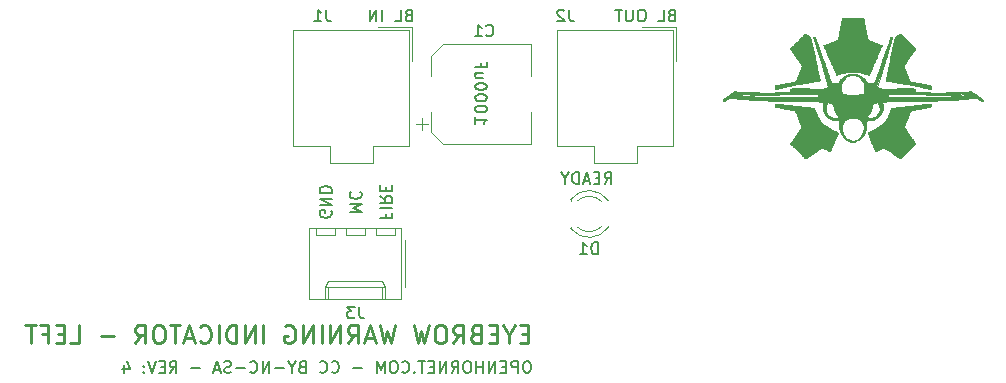
<source format=gbr>
%TF.GenerationSoftware,KiCad,Pcbnew,(5.1.12-1-10_14)*%
%TF.CreationDate,2021-11-28T14:02:16+11:00*%
%TF.ProjectId,ewi_v3,6577695f-7633-42e6-9b69-6361645f7063,rev?*%
%TF.SameCoordinates,Original*%
%TF.FileFunction,Legend,Bot*%
%TF.FilePolarity,Positive*%
%FSLAX46Y46*%
G04 Gerber Fmt 4.6, Leading zero omitted, Abs format (unit mm)*
G04 Created by KiCad (PCBNEW (5.1.12-1-10_14)) date 2021-11-28 14:02:16*
%MOMM*%
%LPD*%
G01*
G04 APERTURE LIST*
%ADD10C,0.150000*%
%ADD11C,0.250000*%
%ADD12C,0.010000*%
%ADD13C,0.120000*%
G04 APERTURE END LIST*
D10*
X161198999Y-84320477D02*
X161532332Y-83844287D01*
X161770427Y-84320477D02*
X161770427Y-83320477D01*
X161389475Y-83320477D01*
X161294237Y-83368097D01*
X161246618Y-83415716D01*
X161198999Y-83510954D01*
X161198999Y-83653811D01*
X161246618Y-83749049D01*
X161294237Y-83796668D01*
X161389475Y-83844287D01*
X161770427Y-83844287D01*
X160770427Y-83796668D02*
X160437094Y-83796668D01*
X160294237Y-84320477D02*
X160770427Y-84320477D01*
X160770427Y-83320477D01*
X160294237Y-83320477D01*
X159913284Y-84034763D02*
X159437094Y-84034763D01*
X160008522Y-84320477D02*
X159675189Y-83320477D01*
X159341856Y-84320477D01*
X159008522Y-84320477D02*
X159008522Y-83320477D01*
X158770427Y-83320477D01*
X158627570Y-83368097D01*
X158532332Y-83463335D01*
X158484713Y-83558573D01*
X158437094Y-83749049D01*
X158437094Y-83891906D01*
X158484713Y-84082382D01*
X158532332Y-84177620D01*
X158627570Y-84272858D01*
X158770427Y-84320477D01*
X159008522Y-84320477D01*
X157818046Y-83844287D02*
X157818046Y-84320477D01*
X158151379Y-83320477D02*
X157818046Y-83844287D01*
X157484713Y-83320477D01*
X150246618Y-78641906D02*
X150246618Y-79213335D01*
X150246618Y-78927620D02*
X151246618Y-78927620D01*
X151103760Y-79022858D01*
X151008522Y-79118097D01*
X150960903Y-79213335D01*
X151246618Y-78022858D02*
X151246618Y-77927620D01*
X151198999Y-77832382D01*
X151151379Y-77784763D01*
X151056141Y-77737144D01*
X150865665Y-77689525D01*
X150627570Y-77689525D01*
X150437094Y-77737144D01*
X150341856Y-77784763D01*
X150294237Y-77832382D01*
X150246618Y-77927620D01*
X150246618Y-78022858D01*
X150294237Y-78118097D01*
X150341856Y-78165716D01*
X150437094Y-78213335D01*
X150627570Y-78260954D01*
X150865665Y-78260954D01*
X151056141Y-78213335D01*
X151151379Y-78165716D01*
X151198999Y-78118097D01*
X151246618Y-78022858D01*
X151246618Y-77070477D02*
X151246618Y-76975239D01*
X151198999Y-76880001D01*
X151151379Y-76832382D01*
X151056141Y-76784763D01*
X150865665Y-76737144D01*
X150627570Y-76737144D01*
X150437094Y-76784763D01*
X150341856Y-76832382D01*
X150294237Y-76880001D01*
X150246618Y-76975239D01*
X150246618Y-77070477D01*
X150294237Y-77165716D01*
X150341856Y-77213335D01*
X150437094Y-77260954D01*
X150627570Y-77308573D01*
X150865665Y-77308573D01*
X151056141Y-77260954D01*
X151151379Y-77213335D01*
X151198999Y-77165716D01*
X151246618Y-77070477D01*
X151246618Y-76118097D02*
X151246618Y-76022858D01*
X151198999Y-75927620D01*
X151151379Y-75880001D01*
X151056141Y-75832382D01*
X150865665Y-75784763D01*
X150627570Y-75784763D01*
X150437094Y-75832382D01*
X150341856Y-75880001D01*
X150294237Y-75927620D01*
X150246618Y-76022858D01*
X150246618Y-76118097D01*
X150294237Y-76213335D01*
X150341856Y-76260954D01*
X150437094Y-76308573D01*
X150627570Y-76356192D01*
X150865665Y-76356192D01*
X151056141Y-76308573D01*
X151151379Y-76260954D01*
X151198999Y-76213335D01*
X151246618Y-76118097D01*
X150913284Y-74927620D02*
X150246618Y-74927620D01*
X150913284Y-75356192D02*
X150389475Y-75356192D01*
X150294237Y-75308573D01*
X150246618Y-75213335D01*
X150246618Y-75070477D01*
X150294237Y-74975239D01*
X150341856Y-74927620D01*
X150770427Y-74118097D02*
X150770427Y-74451430D01*
X150246618Y-74451430D02*
X151246618Y-74451430D01*
X151246618Y-73975239D01*
D11*
X154744236Y-97010954D02*
X154244236Y-97010954D01*
X154029950Y-97796668D02*
X154744236Y-97796668D01*
X154744236Y-96296668D01*
X154029950Y-96296668D01*
X153101379Y-97082382D02*
X153101379Y-97796668D01*
X153601379Y-96296668D02*
X153101379Y-97082382D01*
X152601379Y-96296668D01*
X152101379Y-97010954D02*
X151601379Y-97010954D01*
X151387093Y-97796668D02*
X152101379Y-97796668D01*
X152101379Y-96296668D01*
X151387093Y-96296668D01*
X150244236Y-97010954D02*
X150029950Y-97082382D01*
X149958522Y-97153811D01*
X149887093Y-97296668D01*
X149887093Y-97510954D01*
X149958522Y-97653811D01*
X150029950Y-97725239D01*
X150172807Y-97796668D01*
X150744236Y-97796668D01*
X150744236Y-96296668D01*
X150244236Y-96296668D01*
X150101379Y-96368097D01*
X150029950Y-96439525D01*
X149958522Y-96582382D01*
X149958522Y-96725239D01*
X150029950Y-96868097D01*
X150101379Y-96939525D01*
X150244236Y-97010954D01*
X150744236Y-97010954D01*
X148387093Y-97796668D02*
X148887093Y-97082382D01*
X149244236Y-97796668D02*
X149244236Y-96296668D01*
X148672807Y-96296668D01*
X148529950Y-96368097D01*
X148458522Y-96439525D01*
X148387093Y-96582382D01*
X148387093Y-96796668D01*
X148458522Y-96939525D01*
X148529950Y-97010954D01*
X148672807Y-97082382D01*
X149244236Y-97082382D01*
X147458522Y-96296668D02*
X147172807Y-96296668D01*
X147029950Y-96368097D01*
X146887093Y-96510954D01*
X146815665Y-96796668D01*
X146815665Y-97296668D01*
X146887093Y-97582382D01*
X147029950Y-97725239D01*
X147172807Y-97796668D01*
X147458522Y-97796668D01*
X147601379Y-97725239D01*
X147744236Y-97582382D01*
X147815665Y-97296668D01*
X147815665Y-96796668D01*
X147744236Y-96510954D01*
X147601379Y-96368097D01*
X147458522Y-96296668D01*
X146315665Y-96296668D02*
X145958522Y-97796668D01*
X145672807Y-96725239D01*
X145387093Y-97796668D01*
X145029950Y-96296668D01*
X143458522Y-96296668D02*
X143101379Y-97796668D01*
X142815665Y-96725239D01*
X142529950Y-97796668D01*
X142172807Y-96296668D01*
X141672807Y-97368097D02*
X140958522Y-97368097D01*
X141815665Y-97796668D02*
X141315665Y-96296668D01*
X140815665Y-97796668D01*
X139458522Y-97796668D02*
X139958522Y-97082382D01*
X140315665Y-97796668D02*
X140315665Y-96296668D01*
X139744236Y-96296668D01*
X139601379Y-96368097D01*
X139529950Y-96439525D01*
X139458522Y-96582382D01*
X139458522Y-96796668D01*
X139529950Y-96939525D01*
X139601379Y-97010954D01*
X139744236Y-97082382D01*
X140315665Y-97082382D01*
X138815665Y-97796668D02*
X138815665Y-96296668D01*
X137958522Y-97796668D01*
X137958522Y-96296668D01*
X137244236Y-97796668D02*
X137244236Y-96296668D01*
X136529950Y-97796668D02*
X136529950Y-96296668D01*
X135672807Y-97796668D01*
X135672807Y-96296668D01*
X134172807Y-96368097D02*
X134315665Y-96296668D01*
X134529950Y-96296668D01*
X134744236Y-96368097D01*
X134887093Y-96510954D01*
X134958522Y-96653811D01*
X135029950Y-96939525D01*
X135029950Y-97153811D01*
X134958522Y-97439525D01*
X134887093Y-97582382D01*
X134744236Y-97725239D01*
X134529950Y-97796668D01*
X134387093Y-97796668D01*
X134172807Y-97725239D01*
X134101379Y-97653811D01*
X134101379Y-97153811D01*
X134387093Y-97153811D01*
X132315665Y-97796668D02*
X132315665Y-96296668D01*
X131601379Y-97796668D02*
X131601379Y-96296668D01*
X130744236Y-97796668D01*
X130744236Y-96296668D01*
X130029950Y-97796668D02*
X130029950Y-96296668D01*
X129672807Y-96296668D01*
X129458522Y-96368097D01*
X129315665Y-96510954D01*
X129244236Y-96653811D01*
X129172807Y-96939525D01*
X129172807Y-97153811D01*
X129244236Y-97439525D01*
X129315665Y-97582382D01*
X129458522Y-97725239D01*
X129672807Y-97796668D01*
X130029950Y-97796668D01*
X128529950Y-97796668D02*
X128529950Y-96296668D01*
X126958522Y-97653811D02*
X127029950Y-97725239D01*
X127244236Y-97796668D01*
X127387093Y-97796668D01*
X127601379Y-97725239D01*
X127744236Y-97582382D01*
X127815665Y-97439525D01*
X127887093Y-97153811D01*
X127887093Y-96939525D01*
X127815665Y-96653811D01*
X127744236Y-96510954D01*
X127601379Y-96368097D01*
X127387093Y-96296668D01*
X127244236Y-96296668D01*
X127029950Y-96368097D01*
X126958522Y-96439525D01*
X126387093Y-97368097D02*
X125672807Y-97368097D01*
X126529950Y-97796668D02*
X126029950Y-96296668D01*
X125529950Y-97796668D01*
X125244236Y-96296668D02*
X124387093Y-96296668D01*
X124815665Y-97796668D02*
X124815665Y-96296668D01*
X123601379Y-96296668D02*
X123315665Y-96296668D01*
X123172807Y-96368097D01*
X123029950Y-96510954D01*
X122958522Y-96796668D01*
X122958522Y-97296668D01*
X123029950Y-97582382D01*
X123172807Y-97725239D01*
X123315665Y-97796668D01*
X123601379Y-97796668D01*
X123744236Y-97725239D01*
X123887093Y-97582382D01*
X123958522Y-97296668D01*
X123958522Y-96796668D01*
X123887093Y-96510954D01*
X123744236Y-96368097D01*
X123601379Y-96296668D01*
X121458522Y-97796668D02*
X121958522Y-97082382D01*
X122315665Y-97796668D02*
X122315665Y-96296668D01*
X121744236Y-96296668D01*
X121601379Y-96368097D01*
X121529950Y-96439525D01*
X121458522Y-96582382D01*
X121458522Y-96796668D01*
X121529950Y-96939525D01*
X121601379Y-97010954D01*
X121744236Y-97082382D01*
X122315665Y-97082382D01*
X119672807Y-97225239D02*
X118529950Y-97225239D01*
X115958522Y-97796668D02*
X116672807Y-97796668D01*
X116672807Y-96296668D01*
X115458522Y-97010954D02*
X114958522Y-97010954D01*
X114744236Y-97796668D02*
X115458522Y-97796668D01*
X115458522Y-96296668D01*
X114744236Y-96296668D01*
X113601379Y-97010954D02*
X114101379Y-97010954D01*
X114101379Y-97796668D02*
X114101379Y-96296668D01*
X113387093Y-96296668D01*
X113029950Y-96296668D02*
X112172807Y-96296668D01*
X112601379Y-97796668D02*
X112601379Y-96296668D01*
D10*
X154722808Y-99320477D02*
X154532332Y-99320477D01*
X154437094Y-99368097D01*
X154341856Y-99463335D01*
X154294237Y-99653811D01*
X154294237Y-99987144D01*
X154341856Y-100177620D01*
X154437094Y-100272858D01*
X154532332Y-100320477D01*
X154722808Y-100320477D01*
X154818046Y-100272858D01*
X154913284Y-100177620D01*
X154960903Y-99987144D01*
X154960903Y-99653811D01*
X154913284Y-99463335D01*
X154818046Y-99368097D01*
X154722808Y-99320477D01*
X153865665Y-100320477D02*
X153865665Y-99320477D01*
X153484713Y-99320477D01*
X153389475Y-99368097D01*
X153341856Y-99415716D01*
X153294237Y-99510954D01*
X153294237Y-99653811D01*
X153341856Y-99749049D01*
X153389475Y-99796668D01*
X153484713Y-99844287D01*
X153865665Y-99844287D01*
X152865665Y-99796668D02*
X152532332Y-99796668D01*
X152389475Y-100320477D02*
X152865665Y-100320477D01*
X152865665Y-99320477D01*
X152389475Y-99320477D01*
X151960903Y-100320477D02*
X151960903Y-99320477D01*
X151389475Y-100320477D01*
X151389475Y-99320477D01*
X150913284Y-100320477D02*
X150913284Y-99320477D01*
X150913284Y-99796668D02*
X150341856Y-99796668D01*
X150341856Y-100320477D02*
X150341856Y-99320477D01*
X149675189Y-99320477D02*
X149484713Y-99320477D01*
X149389475Y-99368097D01*
X149294237Y-99463335D01*
X149246618Y-99653811D01*
X149246618Y-99987144D01*
X149294237Y-100177620D01*
X149389475Y-100272858D01*
X149484713Y-100320477D01*
X149675189Y-100320477D01*
X149770427Y-100272858D01*
X149865665Y-100177620D01*
X149913284Y-99987144D01*
X149913284Y-99653811D01*
X149865665Y-99463335D01*
X149770427Y-99368097D01*
X149675189Y-99320477D01*
X148246618Y-100320477D02*
X148579951Y-99844287D01*
X148818046Y-100320477D02*
X148818046Y-99320477D01*
X148437094Y-99320477D01*
X148341856Y-99368097D01*
X148294237Y-99415716D01*
X148246618Y-99510954D01*
X148246618Y-99653811D01*
X148294237Y-99749049D01*
X148341856Y-99796668D01*
X148437094Y-99844287D01*
X148818046Y-99844287D01*
X147818046Y-100320477D02*
X147818046Y-99320477D01*
X147246618Y-100320477D01*
X147246618Y-99320477D01*
X146770427Y-99796668D02*
X146437094Y-99796668D01*
X146294237Y-100320477D02*
X146770427Y-100320477D01*
X146770427Y-99320477D01*
X146294237Y-99320477D01*
X146008522Y-99320477D02*
X145437094Y-99320477D01*
X145722808Y-100320477D02*
X145722808Y-99320477D01*
X145103760Y-100225239D02*
X145056141Y-100272858D01*
X145103760Y-100320477D01*
X145151379Y-100272858D01*
X145103760Y-100225239D01*
X145103760Y-100320477D01*
X144056141Y-100225239D02*
X144103760Y-100272858D01*
X144246618Y-100320477D01*
X144341856Y-100320477D01*
X144484713Y-100272858D01*
X144579951Y-100177620D01*
X144627570Y-100082382D01*
X144675189Y-99891906D01*
X144675189Y-99749049D01*
X144627570Y-99558573D01*
X144579951Y-99463335D01*
X144484713Y-99368097D01*
X144341856Y-99320477D01*
X144246618Y-99320477D01*
X144103760Y-99368097D01*
X144056141Y-99415716D01*
X143437094Y-99320477D02*
X143246618Y-99320477D01*
X143151379Y-99368097D01*
X143056141Y-99463335D01*
X143008522Y-99653811D01*
X143008522Y-99987144D01*
X143056141Y-100177620D01*
X143151379Y-100272858D01*
X143246618Y-100320477D01*
X143437094Y-100320477D01*
X143532332Y-100272858D01*
X143627570Y-100177620D01*
X143675189Y-99987144D01*
X143675189Y-99653811D01*
X143627570Y-99463335D01*
X143532332Y-99368097D01*
X143437094Y-99320477D01*
X142579951Y-100320477D02*
X142579951Y-99320477D01*
X142246618Y-100034763D01*
X141913284Y-99320477D01*
X141913284Y-100320477D01*
X140675189Y-99939525D02*
X139913284Y-99939525D01*
X138103760Y-100225239D02*
X138151379Y-100272858D01*
X138294237Y-100320477D01*
X138389475Y-100320477D01*
X138532332Y-100272858D01*
X138627570Y-100177620D01*
X138675189Y-100082382D01*
X138722808Y-99891906D01*
X138722808Y-99749049D01*
X138675189Y-99558573D01*
X138627570Y-99463335D01*
X138532332Y-99368097D01*
X138389475Y-99320477D01*
X138294237Y-99320477D01*
X138151379Y-99368097D01*
X138103760Y-99415716D01*
X137103760Y-100225239D02*
X137151379Y-100272858D01*
X137294237Y-100320477D01*
X137389475Y-100320477D01*
X137532332Y-100272858D01*
X137627570Y-100177620D01*
X137675189Y-100082382D01*
X137722808Y-99891906D01*
X137722808Y-99749049D01*
X137675189Y-99558573D01*
X137627570Y-99463335D01*
X137532332Y-99368097D01*
X137389475Y-99320477D01*
X137294237Y-99320477D01*
X137151379Y-99368097D01*
X137103760Y-99415716D01*
X135579951Y-99796668D02*
X135437094Y-99844287D01*
X135389475Y-99891906D01*
X135341856Y-99987144D01*
X135341856Y-100130001D01*
X135389475Y-100225239D01*
X135437094Y-100272858D01*
X135532332Y-100320477D01*
X135913284Y-100320477D01*
X135913284Y-99320477D01*
X135579951Y-99320477D01*
X135484713Y-99368097D01*
X135437094Y-99415716D01*
X135389475Y-99510954D01*
X135389475Y-99606192D01*
X135437094Y-99701430D01*
X135484713Y-99749049D01*
X135579951Y-99796668D01*
X135913284Y-99796668D01*
X134722808Y-99844287D02*
X134722808Y-100320477D01*
X135056141Y-99320477D02*
X134722808Y-99844287D01*
X134389475Y-99320477D01*
X134056141Y-99939525D02*
X133294237Y-99939525D01*
X132818046Y-100320477D02*
X132818046Y-99320477D01*
X132246618Y-100320477D01*
X132246618Y-99320477D01*
X131198999Y-100225239D02*
X131246618Y-100272858D01*
X131389475Y-100320477D01*
X131484713Y-100320477D01*
X131627570Y-100272858D01*
X131722808Y-100177620D01*
X131770427Y-100082382D01*
X131818046Y-99891906D01*
X131818046Y-99749049D01*
X131770427Y-99558573D01*
X131722808Y-99463335D01*
X131627570Y-99368097D01*
X131484713Y-99320477D01*
X131389475Y-99320477D01*
X131246618Y-99368097D01*
X131198999Y-99415716D01*
X130770427Y-99939525D02*
X130008522Y-99939525D01*
X129579951Y-100272858D02*
X129437094Y-100320477D01*
X129198999Y-100320477D01*
X129103760Y-100272858D01*
X129056141Y-100225239D01*
X129008522Y-100130001D01*
X129008522Y-100034763D01*
X129056141Y-99939525D01*
X129103760Y-99891906D01*
X129198999Y-99844287D01*
X129389475Y-99796668D01*
X129484713Y-99749049D01*
X129532332Y-99701430D01*
X129579951Y-99606192D01*
X129579951Y-99510954D01*
X129532332Y-99415716D01*
X129484713Y-99368097D01*
X129389475Y-99320477D01*
X129151379Y-99320477D01*
X129008522Y-99368097D01*
X128627570Y-100034763D02*
X128151379Y-100034763D01*
X128722808Y-100320477D02*
X128389475Y-99320477D01*
X128056141Y-100320477D01*
X126960903Y-99939525D02*
X126198999Y-99939525D01*
X124389475Y-100320477D02*
X124722808Y-99844287D01*
X124960903Y-100320477D02*
X124960903Y-99320477D01*
X124579951Y-99320477D01*
X124484713Y-99368097D01*
X124437094Y-99415716D01*
X124389475Y-99510954D01*
X124389475Y-99653811D01*
X124437094Y-99749049D01*
X124484713Y-99796668D01*
X124579951Y-99844287D01*
X124960903Y-99844287D01*
X123960903Y-99796668D02*
X123627570Y-99796668D01*
X123484713Y-100320477D02*
X123960903Y-100320477D01*
X123960903Y-99320477D01*
X123484713Y-99320477D01*
X123198999Y-99320477D02*
X122865665Y-100320477D01*
X122532332Y-99320477D01*
X122198998Y-100225239D02*
X122151379Y-100272858D01*
X122198998Y-100320477D01*
X122246618Y-100272858D01*
X122198998Y-100225239D01*
X122198998Y-100320477D01*
X122198998Y-99701430D02*
X122151379Y-99749049D01*
X122198998Y-99796668D01*
X122246618Y-99749049D01*
X122198998Y-99701430D01*
X122198998Y-99796668D01*
X120532332Y-99653811D02*
X120532332Y-100320477D01*
X120770427Y-99272858D02*
X121008522Y-99987144D01*
X120389475Y-99987144D01*
X142692427Y-86889716D02*
X142692427Y-87223049D01*
X142168618Y-87223049D02*
X143168618Y-87223049D01*
X143168618Y-86746858D01*
X142168618Y-86365906D02*
X143168618Y-86365906D01*
X142168618Y-85318287D02*
X142644808Y-85651620D01*
X142168618Y-85889716D02*
X143168618Y-85889716D01*
X143168618Y-85508763D01*
X143120999Y-85413525D01*
X143073379Y-85365906D01*
X142978141Y-85318287D01*
X142835284Y-85318287D01*
X142740046Y-85365906D01*
X142692427Y-85413525D01*
X142644808Y-85508763D01*
X142644808Y-85889716D01*
X142692427Y-84889716D02*
X142692427Y-84556382D01*
X142168618Y-84413525D02*
X142168618Y-84889716D01*
X143168618Y-84889716D01*
X143168618Y-84413525D01*
X139628618Y-86675430D02*
X140628618Y-86675430D01*
X139914332Y-86342097D01*
X140628618Y-86008763D01*
X139628618Y-86008763D01*
X139723856Y-84961144D02*
X139676237Y-85008763D01*
X139628618Y-85151620D01*
X139628618Y-85246858D01*
X139676237Y-85389716D01*
X139771475Y-85484954D01*
X139866713Y-85532573D01*
X140057189Y-85580192D01*
X140200046Y-85580192D01*
X140390522Y-85532573D01*
X140485760Y-85484954D01*
X140580999Y-85389716D01*
X140628618Y-85246858D01*
X140628618Y-85151620D01*
X140580999Y-85008763D01*
X140533379Y-84961144D01*
X138040999Y-86604001D02*
X138088618Y-86699239D01*
X138088618Y-86842097D01*
X138040999Y-86984954D01*
X137945760Y-87080192D01*
X137850522Y-87127811D01*
X137660046Y-87175430D01*
X137517189Y-87175430D01*
X137326713Y-87127811D01*
X137231475Y-87080192D01*
X137136237Y-86984954D01*
X137088618Y-86842097D01*
X137088618Y-86746858D01*
X137136237Y-86604001D01*
X137183856Y-86556382D01*
X137517189Y-86556382D01*
X137517189Y-86746858D01*
X137088618Y-86127811D02*
X138088618Y-86127811D01*
X137088618Y-85556382D01*
X138088618Y-85556382D01*
X137088618Y-85080192D02*
X138088618Y-85080192D01*
X138088618Y-84842097D01*
X138040999Y-84699239D01*
X137945760Y-84604001D01*
X137850522Y-84556382D01*
X137660046Y-84508763D01*
X137517189Y-84508763D01*
X137326713Y-84556382D01*
X137231475Y-84604001D01*
X137136237Y-84699239D01*
X137088618Y-84842097D01*
X137088618Y-85080192D01*
D12*
%TO.C,G\u002A\u002A\u002A*%
G36*
X182251738Y-70273497D02*
G01*
X182210376Y-70273497D01*
X182070710Y-70273514D01*
X181946986Y-70273575D01*
X181838212Y-70273697D01*
X181743398Y-70273896D01*
X181661552Y-70274188D01*
X181591683Y-70274588D01*
X181532799Y-70275112D01*
X181483909Y-70275777D01*
X181444022Y-70276598D01*
X181412146Y-70277591D01*
X181387290Y-70278773D01*
X181368463Y-70280159D01*
X181354673Y-70281765D01*
X181344929Y-70283607D01*
X181338240Y-70285701D01*
X181334377Y-70287596D01*
X181314420Y-70303852D01*
X181301443Y-70321592D01*
X181298659Y-70332543D01*
X181293019Y-70359002D01*
X181284742Y-70399828D01*
X181274048Y-70453876D01*
X181261158Y-70520005D01*
X181246292Y-70597071D01*
X181229668Y-70683932D01*
X181211506Y-70779445D01*
X181192028Y-70882467D01*
X181171452Y-70991855D01*
X181149998Y-71106466D01*
X181135436Y-71184573D01*
X181113488Y-71302082D01*
X181092225Y-71415167D01*
X181071868Y-71522682D01*
X181052644Y-71623478D01*
X181034773Y-71716409D01*
X181018481Y-71800325D01*
X181003992Y-71874080D01*
X180991527Y-71936525D01*
X180981312Y-71986514D01*
X180973570Y-72022899D01*
X180968524Y-72044531D01*
X180966785Y-72050159D01*
X180951384Y-72073045D01*
X180935220Y-72090832D01*
X180925197Y-72096148D01*
X180900991Y-72107230D01*
X180864100Y-72123455D01*
X180816025Y-72144203D01*
X180758265Y-72168852D01*
X180692317Y-72196778D01*
X180619683Y-72227361D01*
X180541860Y-72259979D01*
X180460348Y-72294009D01*
X180376646Y-72328831D01*
X180292253Y-72363821D01*
X180208669Y-72398358D01*
X180127392Y-72431821D01*
X180049922Y-72463586D01*
X179977758Y-72493033D01*
X179912398Y-72519540D01*
X179855343Y-72542484D01*
X179808091Y-72561244D01*
X179772141Y-72575198D01*
X179748993Y-72583724D01*
X179741267Y-72586117D01*
X179740458Y-72588994D01*
X179742215Y-72597190D01*
X179746809Y-72611328D01*
X179754514Y-72632035D01*
X179765599Y-72659934D01*
X179780336Y-72695650D01*
X179798998Y-72739808D01*
X179821855Y-72793033D01*
X179849178Y-72855948D01*
X179881241Y-72929180D01*
X179918313Y-73013351D01*
X179960667Y-73109088D01*
X180008574Y-73217014D01*
X180062305Y-73337754D01*
X180122133Y-73471933D01*
X180188328Y-73620176D01*
X180261162Y-73783107D01*
X180276231Y-73816796D01*
X180337392Y-73953503D01*
X180396733Y-74086088D01*
X180453882Y-74213719D01*
X180508465Y-74335565D01*
X180560108Y-74450792D01*
X180608437Y-74558570D01*
X180653079Y-74658065D01*
X180693661Y-74748447D01*
X180729809Y-74828882D01*
X180761150Y-74898540D01*
X180787309Y-74956587D01*
X180807914Y-75002192D01*
X180822591Y-75034523D01*
X180830966Y-75052748D01*
X180832836Y-75056608D01*
X180838095Y-75060679D01*
X180848648Y-75061509D01*
X180866886Y-75058647D01*
X180895202Y-75051641D01*
X180935990Y-75040042D01*
X180962505Y-75032170D01*
X181084191Y-74997291D01*
X181214583Y-74962714D01*
X181349436Y-74929424D01*
X181484501Y-74898404D01*
X181615532Y-74870637D01*
X181738282Y-74847106D01*
X181825532Y-74832329D01*
X181876349Y-74826119D01*
X181940681Y-74821040D01*
X182015145Y-74817133D01*
X182096360Y-74814439D01*
X182180941Y-74813000D01*
X182265506Y-74812856D01*
X182346673Y-74814050D01*
X182421058Y-74816622D01*
X182485279Y-74820614D01*
X182518817Y-74823855D01*
X182615836Y-74837023D01*
X182725438Y-74855356D01*
X182844329Y-74878134D01*
X182969218Y-74904634D01*
X183096809Y-74934133D01*
X183223810Y-74965911D01*
X183346927Y-74999245D01*
X183432418Y-75024135D01*
X183478190Y-75037791D01*
X183518257Y-75049527D01*
X183549836Y-75058544D01*
X183570144Y-75064047D01*
X183576351Y-75065386D01*
X183580348Y-75057733D01*
X183590739Y-75035379D01*
X183607161Y-74999149D01*
X183629249Y-74949869D01*
X183656639Y-74888364D01*
X183688968Y-74815459D01*
X183725871Y-74731979D01*
X183766984Y-74638749D01*
X183811943Y-74536595D01*
X183860384Y-74426342D01*
X183911943Y-74308814D01*
X183966257Y-74184838D01*
X184022960Y-74055239D01*
X184081689Y-73920841D01*
X184119999Y-73833082D01*
X184179843Y-73695911D01*
X184237846Y-73562899D01*
X184293646Y-73434881D01*
X184346880Y-73312689D01*
X184397186Y-73197157D01*
X184444202Y-73089118D01*
X184487566Y-72989407D01*
X184526915Y-72898856D01*
X184561888Y-72818298D01*
X184592122Y-72748568D01*
X184617254Y-72690499D01*
X184636924Y-72644924D01*
X184650767Y-72612676D01*
X184658423Y-72594589D01*
X184659905Y-72590843D01*
X184652613Y-72585741D01*
X184630323Y-72574693D01*
X184593771Y-72558015D01*
X184543692Y-72536023D01*
X184480823Y-72509031D01*
X184405898Y-72477355D01*
X184319655Y-72441311D01*
X184222827Y-72401212D01*
X184116152Y-72357376D01*
X184092929Y-72347872D01*
X183999177Y-72309441D01*
X183909539Y-72272521D01*
X183825324Y-72237660D01*
X183747840Y-72205408D01*
X183678394Y-72176316D01*
X183618294Y-72150932D01*
X183568848Y-72129807D01*
X183531365Y-72113490D01*
X183507152Y-72102530D01*
X183497989Y-72097843D01*
X183476313Y-72078030D01*
X183458328Y-72053153D01*
X183457315Y-72051234D01*
X183453370Y-72038183D01*
X183446590Y-72009257D01*
X183437129Y-71965249D01*
X183425143Y-71906951D01*
X183410788Y-71835156D01*
X183394218Y-71750656D01*
X183375590Y-71654243D01*
X183355059Y-71546710D01*
X183332780Y-71428850D01*
X183308908Y-71301454D01*
X183285643Y-71176343D01*
X183263812Y-71058825D01*
X183242719Y-70945844D01*
X183222581Y-70838534D01*
X183203617Y-70738029D01*
X183186043Y-70645463D01*
X183170077Y-70561970D01*
X183155937Y-70488686D01*
X183143841Y-70426743D01*
X183134004Y-70377277D01*
X183126646Y-70341421D01*
X183121984Y-70320310D01*
X183120460Y-70314948D01*
X183117001Y-70308324D01*
X183113477Y-70302445D01*
X183108913Y-70297268D01*
X183102332Y-70292747D01*
X183092758Y-70288839D01*
X183079214Y-70285498D01*
X183060725Y-70282680D01*
X183036314Y-70280340D01*
X183005005Y-70278436D01*
X182965822Y-70276920D01*
X182917788Y-70275751D01*
X182859928Y-70274882D01*
X182791265Y-70274269D01*
X182710822Y-70273868D01*
X182617625Y-70273635D01*
X182510696Y-70273525D01*
X182389059Y-70273494D01*
X182251738Y-70273497D01*
G37*
X182251738Y-70273497D02*
X182210376Y-70273497D01*
X182070710Y-70273514D01*
X181946986Y-70273575D01*
X181838212Y-70273697D01*
X181743398Y-70273896D01*
X181661552Y-70274188D01*
X181591683Y-70274588D01*
X181532799Y-70275112D01*
X181483909Y-70275777D01*
X181444022Y-70276598D01*
X181412146Y-70277591D01*
X181387290Y-70278773D01*
X181368463Y-70280159D01*
X181354673Y-70281765D01*
X181344929Y-70283607D01*
X181338240Y-70285701D01*
X181334377Y-70287596D01*
X181314420Y-70303852D01*
X181301443Y-70321592D01*
X181298659Y-70332543D01*
X181293019Y-70359002D01*
X181284742Y-70399828D01*
X181274048Y-70453876D01*
X181261158Y-70520005D01*
X181246292Y-70597071D01*
X181229668Y-70683932D01*
X181211506Y-70779445D01*
X181192028Y-70882467D01*
X181171452Y-70991855D01*
X181149998Y-71106466D01*
X181135436Y-71184573D01*
X181113488Y-71302082D01*
X181092225Y-71415167D01*
X181071868Y-71522682D01*
X181052644Y-71623478D01*
X181034773Y-71716409D01*
X181018481Y-71800325D01*
X181003992Y-71874080D01*
X180991527Y-71936525D01*
X180981312Y-71986514D01*
X180973570Y-72022899D01*
X180968524Y-72044531D01*
X180966785Y-72050159D01*
X180951384Y-72073045D01*
X180935220Y-72090832D01*
X180925197Y-72096148D01*
X180900991Y-72107230D01*
X180864100Y-72123455D01*
X180816025Y-72144203D01*
X180758265Y-72168852D01*
X180692317Y-72196778D01*
X180619683Y-72227361D01*
X180541860Y-72259979D01*
X180460348Y-72294009D01*
X180376646Y-72328831D01*
X180292253Y-72363821D01*
X180208669Y-72398358D01*
X180127392Y-72431821D01*
X180049922Y-72463586D01*
X179977758Y-72493033D01*
X179912398Y-72519540D01*
X179855343Y-72542484D01*
X179808091Y-72561244D01*
X179772141Y-72575198D01*
X179748993Y-72583724D01*
X179741267Y-72586117D01*
X179740458Y-72588994D01*
X179742215Y-72597190D01*
X179746809Y-72611328D01*
X179754514Y-72632035D01*
X179765599Y-72659934D01*
X179780336Y-72695650D01*
X179798998Y-72739808D01*
X179821855Y-72793033D01*
X179849178Y-72855948D01*
X179881241Y-72929180D01*
X179918313Y-73013351D01*
X179960667Y-73109088D01*
X180008574Y-73217014D01*
X180062305Y-73337754D01*
X180122133Y-73471933D01*
X180188328Y-73620176D01*
X180261162Y-73783107D01*
X180276231Y-73816796D01*
X180337392Y-73953503D01*
X180396733Y-74086088D01*
X180453882Y-74213719D01*
X180508465Y-74335565D01*
X180560108Y-74450792D01*
X180608437Y-74558570D01*
X180653079Y-74658065D01*
X180693661Y-74748447D01*
X180729809Y-74828882D01*
X180761150Y-74898540D01*
X180787309Y-74956587D01*
X180807914Y-75002192D01*
X180822591Y-75034523D01*
X180830966Y-75052748D01*
X180832836Y-75056608D01*
X180838095Y-75060679D01*
X180848648Y-75061509D01*
X180866886Y-75058647D01*
X180895202Y-75051641D01*
X180935990Y-75040042D01*
X180962505Y-75032170D01*
X181084191Y-74997291D01*
X181214583Y-74962714D01*
X181349436Y-74929424D01*
X181484501Y-74898404D01*
X181615532Y-74870637D01*
X181738282Y-74847106D01*
X181825532Y-74832329D01*
X181876349Y-74826119D01*
X181940681Y-74821040D01*
X182015145Y-74817133D01*
X182096360Y-74814439D01*
X182180941Y-74813000D01*
X182265506Y-74812856D01*
X182346673Y-74814050D01*
X182421058Y-74816622D01*
X182485279Y-74820614D01*
X182518817Y-74823855D01*
X182615836Y-74837023D01*
X182725438Y-74855356D01*
X182844329Y-74878134D01*
X182969218Y-74904634D01*
X183096809Y-74934133D01*
X183223810Y-74965911D01*
X183346927Y-74999245D01*
X183432418Y-75024135D01*
X183478190Y-75037791D01*
X183518257Y-75049527D01*
X183549836Y-75058544D01*
X183570144Y-75064047D01*
X183576351Y-75065386D01*
X183580348Y-75057733D01*
X183590739Y-75035379D01*
X183607161Y-74999149D01*
X183629249Y-74949869D01*
X183656639Y-74888364D01*
X183688968Y-74815459D01*
X183725871Y-74731979D01*
X183766984Y-74638749D01*
X183811943Y-74536595D01*
X183860384Y-74426342D01*
X183911943Y-74308814D01*
X183966257Y-74184838D01*
X184022960Y-74055239D01*
X184081689Y-73920841D01*
X184119999Y-73833082D01*
X184179843Y-73695911D01*
X184237846Y-73562899D01*
X184293646Y-73434881D01*
X184346880Y-73312689D01*
X184397186Y-73197157D01*
X184444202Y-73089118D01*
X184487566Y-72989407D01*
X184526915Y-72898856D01*
X184561888Y-72818298D01*
X184592122Y-72748568D01*
X184617254Y-72690499D01*
X184636924Y-72644924D01*
X184650767Y-72612676D01*
X184658423Y-72594589D01*
X184659905Y-72590843D01*
X184652613Y-72585741D01*
X184630323Y-72574693D01*
X184593771Y-72558015D01*
X184543692Y-72536023D01*
X184480823Y-72509031D01*
X184405898Y-72477355D01*
X184319655Y-72441311D01*
X184222827Y-72401212D01*
X184116152Y-72357376D01*
X184092929Y-72347872D01*
X183999177Y-72309441D01*
X183909539Y-72272521D01*
X183825324Y-72237660D01*
X183747840Y-72205408D01*
X183678394Y-72176316D01*
X183618294Y-72150932D01*
X183568848Y-72129807D01*
X183531365Y-72113490D01*
X183507152Y-72102530D01*
X183497989Y-72097843D01*
X183476313Y-72078030D01*
X183458328Y-72053153D01*
X183457315Y-72051234D01*
X183453370Y-72038183D01*
X183446590Y-72009257D01*
X183437129Y-71965249D01*
X183425143Y-71906951D01*
X183410788Y-71835156D01*
X183394218Y-71750656D01*
X183375590Y-71654243D01*
X183355059Y-71546710D01*
X183332780Y-71428850D01*
X183308908Y-71301454D01*
X183285643Y-71176343D01*
X183263812Y-71058825D01*
X183242719Y-70945844D01*
X183222581Y-70838534D01*
X183203617Y-70738029D01*
X183186043Y-70645463D01*
X183170077Y-70561970D01*
X183155937Y-70488686D01*
X183143841Y-70426743D01*
X183134004Y-70377277D01*
X183126646Y-70341421D01*
X183121984Y-70320310D01*
X183120460Y-70314948D01*
X183117001Y-70308324D01*
X183113477Y-70302445D01*
X183108913Y-70297268D01*
X183102332Y-70292747D01*
X183092758Y-70288839D01*
X183079214Y-70285498D01*
X183060725Y-70282680D01*
X183036314Y-70280340D01*
X183005005Y-70278436D01*
X182965822Y-70276920D01*
X182917788Y-70275751D01*
X182859928Y-70274882D01*
X182791265Y-70274269D01*
X182710822Y-70273868D01*
X182617625Y-70273635D01*
X182510696Y-70273525D01*
X182389059Y-70273494D01*
X182251738Y-70273497D01*
G36*
X178169026Y-71598370D02*
G01*
X178160072Y-71604991D01*
X178140196Y-71622664D01*
X178110389Y-71650405D01*
X178071641Y-71687231D01*
X178024941Y-71732157D01*
X177971279Y-71784200D01*
X177911646Y-71842376D01*
X177847031Y-71905701D01*
X177778424Y-71973191D01*
X177706815Y-72043862D01*
X177633193Y-72116730D01*
X177558550Y-72190812D01*
X177483873Y-72265123D01*
X177410154Y-72338680D01*
X177338382Y-72410499D01*
X177269548Y-72479596D01*
X177204640Y-72544987D01*
X177144649Y-72605688D01*
X177090565Y-72660716D01*
X177043378Y-72709086D01*
X177004077Y-72749815D01*
X176973652Y-72781918D01*
X176953094Y-72804412D01*
X176943392Y-72816314D01*
X176943035Y-72816924D01*
X176933958Y-72848921D01*
X176934496Y-72869169D01*
X176940254Y-72881532D01*
X176955705Y-72907618D01*
X176980776Y-72947320D01*
X177015395Y-73000528D01*
X177059489Y-73067132D01*
X177112986Y-73147023D01*
X177175811Y-73240092D01*
X177247894Y-73346229D01*
X177329160Y-73465327D01*
X177418993Y-73596480D01*
X177497634Y-73711304D01*
X177570637Y-73818294D01*
X177637588Y-73916830D01*
X177698073Y-74006290D01*
X177751678Y-74086055D01*
X177797987Y-74155504D01*
X177836588Y-74214016D01*
X177867065Y-74260969D01*
X177889005Y-74295745D01*
X177901992Y-74317721D01*
X177905622Y-74325488D01*
X177909036Y-74351154D01*
X177908209Y-74372958D01*
X177908057Y-74373683D01*
X177903660Y-74386270D01*
X177893173Y-74412774D01*
X177877228Y-74451723D01*
X177856459Y-74501645D01*
X177831499Y-74561070D01*
X177802982Y-74628525D01*
X177771540Y-74702539D01*
X177737808Y-74781640D01*
X177702417Y-74864358D01*
X177666002Y-74949219D01*
X177629196Y-75034754D01*
X177592632Y-75119490D01*
X177556943Y-75201955D01*
X177522763Y-75280679D01*
X177490724Y-75354189D01*
X177461461Y-75421014D01*
X177435606Y-75479683D01*
X177413792Y-75528724D01*
X177396653Y-75566665D01*
X177384823Y-75592035D01*
X177378934Y-75603363D01*
X177378802Y-75603540D01*
X177358857Y-75623207D01*
X177339388Y-75636515D01*
X177328004Y-75639690D01*
X177301128Y-75645703D01*
X177259920Y-75654327D01*
X177205542Y-75665336D01*
X177139156Y-75678503D01*
X177061922Y-75693603D01*
X176975001Y-75710409D01*
X176879555Y-75728695D01*
X176776746Y-75748234D01*
X176667733Y-75768800D01*
X176553680Y-75790167D01*
X176491352Y-75801782D01*
X176355915Y-75826982D01*
X176236131Y-75849298D01*
X176131005Y-75868939D01*
X176039542Y-75886116D01*
X175960745Y-75901036D01*
X175893621Y-75913910D01*
X175837172Y-75924946D01*
X175790405Y-75934353D01*
X175752323Y-75942341D01*
X175721932Y-75949119D01*
X175698235Y-75954895D01*
X175680238Y-75959878D01*
X175666946Y-75964279D01*
X175657361Y-75968306D01*
X175650491Y-75972168D01*
X175645338Y-75976074D01*
X175640909Y-75980234D01*
X175640632Y-75980507D01*
X175615232Y-76005712D01*
X175612570Y-76153738D01*
X175609908Y-76301763D01*
X175629503Y-76300899D01*
X175641074Y-76298767D01*
X175667590Y-76292925D01*
X175707557Y-76283728D01*
X175759483Y-76271532D01*
X175821875Y-76256691D01*
X175893238Y-76239562D01*
X175972080Y-76220497D01*
X176056908Y-76199854D01*
X176144399Y-76178437D01*
X176332238Y-76132581D01*
X176504476Y-76091082D01*
X176661828Y-76053776D01*
X176805013Y-76020501D01*
X176934748Y-75991091D01*
X177051748Y-75965384D01*
X177156732Y-75943214D01*
X177250416Y-75924420D01*
X177287399Y-75917336D01*
X177316902Y-75911952D01*
X177361805Y-75904007D01*
X177420810Y-75893721D01*
X177492613Y-75881316D01*
X177575914Y-75867015D01*
X177669411Y-75851039D01*
X177771804Y-75833611D01*
X177881790Y-75814951D01*
X177998069Y-75795282D01*
X178119339Y-75774826D01*
X178244299Y-75753805D01*
X178371648Y-75732440D01*
X178383833Y-75730399D01*
X178508875Y-75709380D01*
X178629987Y-75688875D01*
X178746033Y-75669084D01*
X178855876Y-75650207D01*
X178958382Y-75632444D01*
X179052412Y-75615995D01*
X179136832Y-75601061D01*
X179210506Y-75587841D01*
X179272297Y-75576535D01*
X179321069Y-75567343D01*
X179355686Y-75560467D01*
X179375012Y-75556104D01*
X179377292Y-75555440D01*
X179405932Y-75545430D01*
X179421394Y-75537584D01*
X179426824Y-75529576D01*
X179425581Y-75519776D01*
X179421745Y-75506275D01*
X179417198Y-75489144D01*
X179411800Y-75467737D01*
X179405408Y-75441410D01*
X179397880Y-75409516D01*
X179389074Y-75371411D01*
X179378850Y-75326448D01*
X179367064Y-75273983D01*
X179353576Y-75213369D01*
X179338244Y-75143962D01*
X179320925Y-75065117D01*
X179301479Y-74976187D01*
X179279763Y-74876527D01*
X179255635Y-74765492D01*
X179228954Y-74642436D01*
X179199578Y-74506715D01*
X179167366Y-74357681D01*
X179132175Y-74194691D01*
X179093864Y-74017099D01*
X179052291Y-73824259D01*
X179007314Y-73615525D01*
X179005973Y-73609301D01*
X178631133Y-71869339D01*
X178434311Y-71733935D01*
X178382229Y-71698558D01*
X178333676Y-71666437D01*
X178290674Y-71638842D01*
X178255241Y-71617040D01*
X178229396Y-71602301D01*
X178215161Y-71595894D01*
X178214388Y-71595752D01*
X178187555Y-71595649D01*
X178169026Y-71598370D01*
G37*
X178169026Y-71598370D02*
X178160072Y-71604991D01*
X178140196Y-71622664D01*
X178110389Y-71650405D01*
X178071641Y-71687231D01*
X178024941Y-71732157D01*
X177971279Y-71784200D01*
X177911646Y-71842376D01*
X177847031Y-71905701D01*
X177778424Y-71973191D01*
X177706815Y-72043862D01*
X177633193Y-72116730D01*
X177558550Y-72190812D01*
X177483873Y-72265123D01*
X177410154Y-72338680D01*
X177338382Y-72410499D01*
X177269548Y-72479596D01*
X177204640Y-72544987D01*
X177144649Y-72605688D01*
X177090565Y-72660716D01*
X177043378Y-72709086D01*
X177004077Y-72749815D01*
X176973652Y-72781918D01*
X176953094Y-72804412D01*
X176943392Y-72816314D01*
X176943035Y-72816924D01*
X176933958Y-72848921D01*
X176934496Y-72869169D01*
X176940254Y-72881532D01*
X176955705Y-72907618D01*
X176980776Y-72947320D01*
X177015395Y-73000528D01*
X177059489Y-73067132D01*
X177112986Y-73147023D01*
X177175811Y-73240092D01*
X177247894Y-73346229D01*
X177329160Y-73465327D01*
X177418993Y-73596480D01*
X177497634Y-73711304D01*
X177570637Y-73818294D01*
X177637588Y-73916830D01*
X177698073Y-74006290D01*
X177751678Y-74086055D01*
X177797987Y-74155504D01*
X177836588Y-74214016D01*
X177867065Y-74260969D01*
X177889005Y-74295745D01*
X177901992Y-74317721D01*
X177905622Y-74325488D01*
X177909036Y-74351154D01*
X177908209Y-74372958D01*
X177908057Y-74373683D01*
X177903660Y-74386270D01*
X177893173Y-74412774D01*
X177877228Y-74451723D01*
X177856459Y-74501645D01*
X177831499Y-74561070D01*
X177802982Y-74628525D01*
X177771540Y-74702539D01*
X177737808Y-74781640D01*
X177702417Y-74864358D01*
X177666002Y-74949219D01*
X177629196Y-75034754D01*
X177592632Y-75119490D01*
X177556943Y-75201955D01*
X177522763Y-75280679D01*
X177490724Y-75354189D01*
X177461461Y-75421014D01*
X177435606Y-75479683D01*
X177413792Y-75528724D01*
X177396653Y-75566665D01*
X177384823Y-75592035D01*
X177378934Y-75603363D01*
X177378802Y-75603540D01*
X177358857Y-75623207D01*
X177339388Y-75636515D01*
X177328004Y-75639690D01*
X177301128Y-75645703D01*
X177259920Y-75654327D01*
X177205542Y-75665336D01*
X177139156Y-75678503D01*
X177061922Y-75693603D01*
X176975001Y-75710409D01*
X176879555Y-75728695D01*
X176776746Y-75748234D01*
X176667733Y-75768800D01*
X176553680Y-75790167D01*
X176491352Y-75801782D01*
X176355915Y-75826982D01*
X176236131Y-75849298D01*
X176131005Y-75868939D01*
X176039542Y-75886116D01*
X175960745Y-75901036D01*
X175893621Y-75913910D01*
X175837172Y-75924946D01*
X175790405Y-75934353D01*
X175752323Y-75942341D01*
X175721932Y-75949119D01*
X175698235Y-75954895D01*
X175680238Y-75959878D01*
X175666946Y-75964279D01*
X175657361Y-75968306D01*
X175650491Y-75972168D01*
X175645338Y-75976074D01*
X175640909Y-75980234D01*
X175640632Y-75980507D01*
X175615232Y-76005712D01*
X175612570Y-76153738D01*
X175609908Y-76301763D01*
X175629503Y-76300899D01*
X175641074Y-76298767D01*
X175667590Y-76292925D01*
X175707557Y-76283728D01*
X175759483Y-76271532D01*
X175821875Y-76256691D01*
X175893238Y-76239562D01*
X175972080Y-76220497D01*
X176056908Y-76199854D01*
X176144399Y-76178437D01*
X176332238Y-76132581D01*
X176504476Y-76091082D01*
X176661828Y-76053776D01*
X176805013Y-76020501D01*
X176934748Y-75991091D01*
X177051748Y-75965384D01*
X177156732Y-75943214D01*
X177250416Y-75924420D01*
X177287399Y-75917336D01*
X177316902Y-75911952D01*
X177361805Y-75904007D01*
X177420810Y-75893721D01*
X177492613Y-75881316D01*
X177575914Y-75867015D01*
X177669411Y-75851039D01*
X177771804Y-75833611D01*
X177881790Y-75814951D01*
X177998069Y-75795282D01*
X178119339Y-75774826D01*
X178244299Y-75753805D01*
X178371648Y-75732440D01*
X178383833Y-75730399D01*
X178508875Y-75709380D01*
X178629987Y-75688875D01*
X178746033Y-75669084D01*
X178855876Y-75650207D01*
X178958382Y-75632444D01*
X179052412Y-75615995D01*
X179136832Y-75601061D01*
X179210506Y-75587841D01*
X179272297Y-75576535D01*
X179321069Y-75567343D01*
X179355686Y-75560467D01*
X179375012Y-75556104D01*
X179377292Y-75555440D01*
X179405932Y-75545430D01*
X179421394Y-75537584D01*
X179426824Y-75529576D01*
X179425581Y-75519776D01*
X179421745Y-75506275D01*
X179417198Y-75489144D01*
X179411800Y-75467737D01*
X179405408Y-75441410D01*
X179397880Y-75409516D01*
X179389074Y-75371411D01*
X179378850Y-75326448D01*
X179367064Y-75273983D01*
X179353576Y-75213369D01*
X179338244Y-75143962D01*
X179320925Y-75065117D01*
X179301479Y-74976187D01*
X179279763Y-74876527D01*
X179255635Y-74765492D01*
X179228954Y-74642436D01*
X179199578Y-74506715D01*
X179167366Y-74357681D01*
X179132175Y-74194691D01*
X179093864Y-74017099D01*
X179052291Y-73824259D01*
X179007314Y-73615525D01*
X179005973Y-73609301D01*
X178631133Y-71869339D01*
X178434311Y-71733935D01*
X178382229Y-71698558D01*
X178333676Y-71666437D01*
X178290674Y-71638842D01*
X178255241Y-71617040D01*
X178229396Y-71602301D01*
X178215161Y-71595894D01*
X178214388Y-71595752D01*
X178187555Y-71595649D01*
X178169026Y-71598370D01*
G36*
X186228061Y-71594584D02*
G01*
X186216045Y-71595282D01*
X186203643Y-71597889D01*
X186189051Y-71603452D01*
X186170465Y-71613021D01*
X186146081Y-71627644D01*
X186114093Y-71648370D01*
X186072697Y-71676248D01*
X186020090Y-71712326D01*
X185991335Y-71732167D01*
X185792570Y-71869463D01*
X185410154Y-73642877D01*
X185373304Y-73813679D01*
X185337292Y-73980436D01*
X185302288Y-74142366D01*
X185268462Y-74298684D01*
X185235986Y-74448605D01*
X185205030Y-74591347D01*
X185175765Y-74726124D01*
X185148361Y-74852154D01*
X185122990Y-74968651D01*
X185099822Y-75074832D01*
X185079027Y-75169913D01*
X185060778Y-75253110D01*
X185045243Y-75323639D01*
X185032595Y-75380715D01*
X185023003Y-75423556D01*
X185016640Y-75451376D01*
X185013729Y-75463210D01*
X185005217Y-75491487D01*
X184998136Y-75514599D01*
X184995101Y-75524203D01*
X184995869Y-75532778D01*
X185006155Y-75540808D01*
X185028674Y-75549934D01*
X185048423Y-75556378D01*
X185064312Y-75560138D01*
X185095779Y-75566463D01*
X185141697Y-75575153D01*
X185200937Y-75586011D01*
X185272370Y-75598839D01*
X185354870Y-75613438D01*
X185447307Y-75629610D01*
X185548554Y-75647159D01*
X185657483Y-75665884D01*
X185772964Y-75685590D01*
X185893871Y-75706076D01*
X186019075Y-75727147D01*
X186067333Y-75735230D01*
X186236539Y-75763541D01*
X186390408Y-75789330D01*
X186530300Y-75812868D01*
X186657580Y-75834428D01*
X186773609Y-75854279D01*
X186879751Y-75872696D01*
X186977368Y-75889949D01*
X187067823Y-75906311D01*
X187152479Y-75922053D01*
X187232698Y-75937447D01*
X187309843Y-75952766D01*
X187385277Y-75968280D01*
X187460363Y-75984262D01*
X187536462Y-76000984D01*
X187614939Y-76018717D01*
X187697155Y-76037734D01*
X187784474Y-76058306D01*
X187878258Y-76080706D01*
X187979870Y-76105204D01*
X188090672Y-76132074D01*
X188212028Y-76161586D01*
X188246850Y-76170060D01*
X188339917Y-76192667D01*
X188428260Y-76214047D01*
X188510483Y-76233869D01*
X188585191Y-76251800D01*
X188650989Y-76267506D01*
X188706482Y-76280656D01*
X188750275Y-76290916D01*
X188780973Y-76297955D01*
X188797180Y-76301439D01*
X188799300Y-76301763D01*
X188803618Y-76298370D01*
X188806735Y-76286845D01*
X188808812Y-76265169D01*
X188810013Y-76231321D01*
X188810500Y-76183283D01*
X188810532Y-76162462D01*
X188810099Y-76103322D01*
X188808458Y-76058589D01*
X188805105Y-76025749D01*
X188799530Y-76002291D01*
X188791228Y-75985701D01*
X188779690Y-75973467D01*
X188771118Y-75967247D01*
X188759701Y-75963657D01*
X188732482Y-75957233D01*
X188690326Y-75948143D01*
X188634097Y-75936557D01*
X188564657Y-75922646D01*
X188482872Y-75906580D01*
X188389604Y-75888527D01*
X188285717Y-75868658D01*
X188172075Y-75847142D01*
X188049541Y-75824149D01*
X187927873Y-75801499D01*
X187791601Y-75776200D01*
X187670989Y-75753750D01*
X187565038Y-75733943D01*
X187472754Y-75716576D01*
X187393138Y-75701444D01*
X187325195Y-75688343D01*
X187267927Y-75677068D01*
X187220338Y-75667415D01*
X187181431Y-75659180D01*
X187150209Y-75652157D01*
X187125676Y-75646144D01*
X187106835Y-75640935D01*
X187092689Y-75636327D01*
X187082242Y-75632113D01*
X187074496Y-75628092D01*
X187070840Y-75625760D01*
X187064472Y-75621122D01*
X187058275Y-75615548D01*
X187051754Y-75607983D01*
X187044413Y-75597366D01*
X187035760Y-75582640D01*
X187025297Y-75562747D01*
X187012532Y-75536628D01*
X186996968Y-75503225D01*
X186978112Y-75461480D01*
X186955468Y-75410334D01*
X186928542Y-75348730D01*
X186896839Y-75275609D01*
X186859864Y-75189912D01*
X186817123Y-75090582D01*
X186777177Y-74997640D01*
X186727674Y-74882376D01*
X186684494Y-74781592D01*
X186647255Y-74694215D01*
X186615579Y-74619176D01*
X186589083Y-74555403D01*
X186567390Y-74501824D01*
X186550117Y-74457370D01*
X186536885Y-74420968D01*
X186527314Y-74391547D01*
X186521023Y-74368037D01*
X186517632Y-74349366D01*
X186516761Y-74334464D01*
X186518029Y-74322258D01*
X186521057Y-74311679D01*
X186525464Y-74301655D01*
X186528191Y-74296274D01*
X186534627Y-74286080D01*
X186549986Y-74262924D01*
X186573595Y-74227795D01*
X186604781Y-74181682D01*
X186642869Y-74125574D01*
X186687187Y-74060461D01*
X186737061Y-73987330D01*
X186791817Y-73907172D01*
X186850783Y-73820975D01*
X186913283Y-73729729D01*
X186978646Y-73634422D01*
X187007871Y-73591845D01*
X187074202Y-73495141D01*
X187137895Y-73402097D01*
X187198284Y-73313698D01*
X187254701Y-73230928D01*
X187306480Y-73154773D01*
X187352952Y-73086218D01*
X187393450Y-73026248D01*
X187427308Y-72975848D01*
X187453858Y-72936004D01*
X187472432Y-72907701D01*
X187482363Y-72891923D01*
X187483825Y-72889197D01*
X187487301Y-72880320D01*
X187489992Y-72872044D01*
X187491249Y-72863638D01*
X187490424Y-72854371D01*
X187486866Y-72843512D01*
X187479928Y-72830331D01*
X187468960Y-72814095D01*
X187453314Y-72794074D01*
X187432340Y-72769536D01*
X187405390Y-72739751D01*
X187371815Y-72703987D01*
X187330966Y-72661513D01*
X187282194Y-72611599D01*
X187224850Y-72553513D01*
X187158285Y-72486523D01*
X187081851Y-72409899D01*
X186994898Y-72322910D01*
X186896778Y-72224824D01*
X186873643Y-72201698D01*
X186266023Y-71594297D01*
X186228061Y-71594584D01*
G37*
X186228061Y-71594584D02*
X186216045Y-71595282D01*
X186203643Y-71597889D01*
X186189051Y-71603452D01*
X186170465Y-71613021D01*
X186146081Y-71627644D01*
X186114093Y-71648370D01*
X186072697Y-71676248D01*
X186020090Y-71712326D01*
X185991335Y-71732167D01*
X185792570Y-71869463D01*
X185410154Y-73642877D01*
X185373304Y-73813679D01*
X185337292Y-73980436D01*
X185302288Y-74142366D01*
X185268462Y-74298684D01*
X185235986Y-74448605D01*
X185205030Y-74591347D01*
X185175765Y-74726124D01*
X185148361Y-74852154D01*
X185122990Y-74968651D01*
X185099822Y-75074832D01*
X185079027Y-75169913D01*
X185060778Y-75253110D01*
X185045243Y-75323639D01*
X185032595Y-75380715D01*
X185023003Y-75423556D01*
X185016640Y-75451376D01*
X185013729Y-75463210D01*
X185005217Y-75491487D01*
X184998136Y-75514599D01*
X184995101Y-75524203D01*
X184995869Y-75532778D01*
X185006155Y-75540808D01*
X185028674Y-75549934D01*
X185048423Y-75556378D01*
X185064312Y-75560138D01*
X185095779Y-75566463D01*
X185141697Y-75575153D01*
X185200937Y-75586011D01*
X185272370Y-75598839D01*
X185354870Y-75613438D01*
X185447307Y-75629610D01*
X185548554Y-75647159D01*
X185657483Y-75665884D01*
X185772964Y-75685590D01*
X185893871Y-75706076D01*
X186019075Y-75727147D01*
X186067333Y-75735230D01*
X186236539Y-75763541D01*
X186390408Y-75789330D01*
X186530300Y-75812868D01*
X186657580Y-75834428D01*
X186773609Y-75854279D01*
X186879751Y-75872696D01*
X186977368Y-75889949D01*
X187067823Y-75906311D01*
X187152479Y-75922053D01*
X187232698Y-75937447D01*
X187309843Y-75952766D01*
X187385277Y-75968280D01*
X187460363Y-75984262D01*
X187536462Y-76000984D01*
X187614939Y-76018717D01*
X187697155Y-76037734D01*
X187784474Y-76058306D01*
X187878258Y-76080706D01*
X187979870Y-76105204D01*
X188090672Y-76132074D01*
X188212028Y-76161586D01*
X188246850Y-76170060D01*
X188339917Y-76192667D01*
X188428260Y-76214047D01*
X188510483Y-76233869D01*
X188585191Y-76251800D01*
X188650989Y-76267506D01*
X188706482Y-76280656D01*
X188750275Y-76290916D01*
X188780973Y-76297955D01*
X188797180Y-76301439D01*
X188799300Y-76301763D01*
X188803618Y-76298370D01*
X188806735Y-76286845D01*
X188808812Y-76265169D01*
X188810013Y-76231321D01*
X188810500Y-76183283D01*
X188810532Y-76162462D01*
X188810099Y-76103322D01*
X188808458Y-76058589D01*
X188805105Y-76025749D01*
X188799530Y-76002291D01*
X188791228Y-75985701D01*
X188779690Y-75973467D01*
X188771118Y-75967247D01*
X188759701Y-75963657D01*
X188732482Y-75957233D01*
X188690326Y-75948143D01*
X188634097Y-75936557D01*
X188564657Y-75922646D01*
X188482872Y-75906580D01*
X188389604Y-75888527D01*
X188285717Y-75868658D01*
X188172075Y-75847142D01*
X188049541Y-75824149D01*
X187927873Y-75801499D01*
X187791601Y-75776200D01*
X187670989Y-75753750D01*
X187565038Y-75733943D01*
X187472754Y-75716576D01*
X187393138Y-75701444D01*
X187325195Y-75688343D01*
X187267927Y-75677068D01*
X187220338Y-75667415D01*
X187181431Y-75659180D01*
X187150209Y-75652157D01*
X187125676Y-75646144D01*
X187106835Y-75640935D01*
X187092689Y-75636327D01*
X187082242Y-75632113D01*
X187074496Y-75628092D01*
X187070840Y-75625760D01*
X187064472Y-75621122D01*
X187058275Y-75615548D01*
X187051754Y-75607983D01*
X187044413Y-75597366D01*
X187035760Y-75582640D01*
X187025297Y-75562747D01*
X187012532Y-75536628D01*
X186996968Y-75503225D01*
X186978112Y-75461480D01*
X186955468Y-75410334D01*
X186928542Y-75348730D01*
X186896839Y-75275609D01*
X186859864Y-75189912D01*
X186817123Y-75090582D01*
X186777177Y-74997640D01*
X186727674Y-74882376D01*
X186684494Y-74781592D01*
X186647255Y-74694215D01*
X186615579Y-74619176D01*
X186589083Y-74555403D01*
X186567390Y-74501824D01*
X186550117Y-74457370D01*
X186536885Y-74420968D01*
X186527314Y-74391547D01*
X186521023Y-74368037D01*
X186517632Y-74349366D01*
X186516761Y-74334464D01*
X186518029Y-74322258D01*
X186521057Y-74311679D01*
X186525464Y-74301655D01*
X186528191Y-74296274D01*
X186534627Y-74286080D01*
X186549986Y-74262924D01*
X186573595Y-74227795D01*
X186604781Y-74181682D01*
X186642869Y-74125574D01*
X186687187Y-74060461D01*
X186737061Y-73987330D01*
X186791817Y-73907172D01*
X186850783Y-73820975D01*
X186913283Y-73729729D01*
X186978646Y-73634422D01*
X187007871Y-73591845D01*
X187074202Y-73495141D01*
X187137895Y-73402097D01*
X187198284Y-73313698D01*
X187254701Y-73230928D01*
X187306480Y-73154773D01*
X187352952Y-73086218D01*
X187393450Y-73026248D01*
X187427308Y-72975848D01*
X187453858Y-72936004D01*
X187472432Y-72907701D01*
X187482363Y-72891923D01*
X187483825Y-72889197D01*
X187487301Y-72880320D01*
X187489992Y-72872044D01*
X187491249Y-72863638D01*
X187490424Y-72854371D01*
X187486866Y-72843512D01*
X187479928Y-72830331D01*
X187468960Y-72814095D01*
X187453314Y-72794074D01*
X187432340Y-72769536D01*
X187405390Y-72739751D01*
X187371815Y-72703987D01*
X187330966Y-72661513D01*
X187282194Y-72611599D01*
X187224850Y-72553513D01*
X187158285Y-72486523D01*
X187081851Y-72409899D01*
X186994898Y-72322910D01*
X186896778Y-72224824D01*
X186873643Y-72201698D01*
X186266023Y-71594297D01*
X186228061Y-71594584D01*
G36*
X185437948Y-71849722D02*
G01*
X185425269Y-71856065D01*
X185417615Y-71870425D01*
X185417197Y-71871580D01*
X185412223Y-71885526D01*
X185401897Y-71914501D01*
X185386550Y-71957584D01*
X185366508Y-72013851D01*
X185342102Y-72082379D01*
X185313659Y-72162246D01*
X185281507Y-72252529D01*
X185245977Y-72352305D01*
X185207395Y-72460652D01*
X185166091Y-72576646D01*
X185122393Y-72699366D01*
X185076629Y-72827887D01*
X185029129Y-72961288D01*
X184980221Y-73098645D01*
X184930233Y-73239037D01*
X184879494Y-73381539D01*
X184828332Y-73525230D01*
X184777077Y-73669186D01*
X184726056Y-73812486D01*
X184675598Y-73954205D01*
X184626032Y-74093422D01*
X184577686Y-74229214D01*
X184530888Y-74360657D01*
X184485968Y-74486829D01*
X184443255Y-74606808D01*
X184403075Y-74719670D01*
X184365758Y-74824493D01*
X184331633Y-74920354D01*
X184301029Y-75006331D01*
X184274272Y-75081499D01*
X184251693Y-75144938D01*
X184246773Y-75158763D01*
X184211110Y-75258936D01*
X184177089Y-75354425D01*
X184145137Y-75444040D01*
X184115678Y-75526588D01*
X184089140Y-75600881D01*
X184065946Y-75665726D01*
X184046524Y-75719933D01*
X184031299Y-75762312D01*
X184020697Y-75791671D01*
X184015143Y-75806820D01*
X184014399Y-75808691D01*
X184006245Y-75807225D01*
X183988398Y-75800789D01*
X183983277Y-75798695D01*
X183948311Y-75787525D01*
X183899176Y-75776774D01*
X183838634Y-75766785D01*
X183769450Y-75757903D01*
X183694386Y-75750471D01*
X183616207Y-75744835D01*
X183537675Y-75741337D01*
X183518709Y-75740846D01*
X183429652Y-75738889D01*
X183388801Y-75670019D01*
X183339538Y-75593388D01*
X183282411Y-75515321D01*
X183220364Y-75439254D01*
X183156342Y-75368624D01*
X183093288Y-75306865D01*
X183037267Y-75259771D01*
X182978917Y-75220671D01*
X182906969Y-75181015D01*
X182824653Y-75142134D01*
X182735199Y-75105359D01*
X182641837Y-75072024D01*
X182547796Y-75043459D01*
X182460532Y-75021904D01*
X182393105Y-75010947D01*
X182314348Y-75004026D01*
X182229374Y-75001139D01*
X182143300Y-75002288D01*
X182061239Y-75007473D01*
X181988308Y-75016693D01*
X181960999Y-75021904D01*
X181856786Y-75047975D01*
X181752695Y-75080701D01*
X181651800Y-75118773D01*
X181557172Y-75160882D01*
X181471883Y-75205718D01*
X181399005Y-75251973D01*
X181369923Y-75273823D01*
X181308631Y-75327783D01*
X181244249Y-75393141D01*
X181180298Y-75465709D01*
X181120299Y-75541295D01*
X181067775Y-75615710D01*
X181029337Y-75679066D01*
X180996555Y-75738798D01*
X180900927Y-75740880D01*
X180790371Y-75745727D01*
X180682417Y-75755135D01*
X180580720Y-75768631D01*
X180488938Y-75785742D01*
X180420819Y-75802961D01*
X180419380Y-75802693D01*
X180417455Y-75800824D01*
X180414865Y-75796861D01*
X180411433Y-75790310D01*
X180406980Y-75780679D01*
X180401328Y-75767473D01*
X180394298Y-75750199D01*
X180385712Y-75728364D01*
X180375392Y-75701474D01*
X180363160Y-75669037D01*
X180348837Y-75630558D01*
X180332246Y-75585544D01*
X180313207Y-75533502D01*
X180291543Y-75473939D01*
X180267075Y-75406360D01*
X180239625Y-75330274D01*
X180209015Y-75245185D01*
X180175066Y-75150602D01*
X180137601Y-75046029D01*
X180096440Y-74930975D01*
X180051406Y-74804946D01*
X180002321Y-74667448D01*
X179949005Y-74517988D01*
X179891282Y-74356072D01*
X179828972Y-74181207D01*
X179761897Y-73992900D01*
X179689879Y-73790658D01*
X179612740Y-73573986D01*
X179530302Y-73342392D01*
X179442385Y-73095382D01*
X179433967Y-73071730D01*
X179000047Y-71852530D01*
X178962709Y-71850029D01*
X178936527Y-71850238D01*
X178918283Y-71857390D01*
X178901308Y-71872643D01*
X178877246Y-71897759D01*
X179497428Y-73991250D01*
X180117609Y-76084742D01*
X180095480Y-76102387D01*
X180081782Y-76111211D01*
X180055412Y-76126355D01*
X180018804Y-76146488D01*
X179974395Y-76170284D01*
X179924620Y-76196413D01*
X179894521Y-76211976D01*
X179715690Y-76303920D01*
X179109028Y-76268715D01*
X178929052Y-76258286D01*
X178765074Y-76248821D01*
X178616191Y-76240279D01*
X178481497Y-76232619D01*
X178360087Y-76225798D01*
X178251057Y-76219774D01*
X178153503Y-76214508D01*
X178066519Y-76209955D01*
X177989200Y-76206076D01*
X177920643Y-76202827D01*
X177859942Y-76200168D01*
X177806192Y-76198057D01*
X177758489Y-76196452D01*
X177715929Y-76195312D01*
X177677606Y-76194594D01*
X177642615Y-76194257D01*
X177610053Y-76194260D01*
X177579014Y-76194560D01*
X177548594Y-76195116D01*
X177524466Y-76195708D01*
X177405864Y-76199609D01*
X177301253Y-76204579D01*
X177211260Y-76210571D01*
X177136513Y-76217539D01*
X177077639Y-76225436D01*
X177047893Y-76231110D01*
X176998328Y-76247945D01*
X176959709Y-76275005D01*
X176928933Y-76314850D01*
X176915490Y-76340427D01*
X176907335Y-76357210D01*
X176901228Y-76370916D01*
X176898593Y-76382140D01*
X176900853Y-76391478D01*
X176909430Y-76399524D01*
X176925748Y-76406874D01*
X176951230Y-76414122D01*
X176987299Y-76421864D01*
X177035377Y-76430695D01*
X177096889Y-76441210D01*
X177173256Y-76454003D01*
X177196383Y-76457888D01*
X177285481Y-76472947D01*
X177358900Y-76485518D01*
X177417678Y-76495804D01*
X177462853Y-76504006D01*
X177495465Y-76510326D01*
X177516552Y-76514966D01*
X177527153Y-76518128D01*
X177528306Y-76520014D01*
X177521051Y-76520826D01*
X177520233Y-76520849D01*
X177509976Y-76521152D01*
X177483728Y-76521950D01*
X177442420Y-76523213D01*
X177386987Y-76524913D01*
X177318362Y-76527020D01*
X177237477Y-76529507D01*
X177145265Y-76532345D01*
X177042661Y-76535504D01*
X176930597Y-76538957D01*
X176810007Y-76542673D01*
X176681822Y-76546625D01*
X176546978Y-76550785D01*
X176406407Y-76555122D01*
X176261041Y-76559608D01*
X176211671Y-76561133D01*
X174920043Y-76601009D01*
X173739404Y-76557023D01*
X173597438Y-76551725D01*
X173458886Y-76546534D01*
X173324822Y-76541492D01*
X173196318Y-76536641D01*
X173074446Y-76532022D01*
X172960280Y-76527675D01*
X172854892Y-76523642D01*
X172759354Y-76519964D01*
X172674739Y-76516682D01*
X172602120Y-76513837D01*
X172542569Y-76511470D01*
X172497159Y-76509622D01*
X172466963Y-76508336D01*
X172456684Y-76507854D01*
X172354602Y-76502670D01*
X172358164Y-76478401D01*
X172356693Y-76446996D01*
X172342813Y-76425530D01*
X172318244Y-76414613D01*
X172284709Y-76414855D01*
X172243928Y-76426867D01*
X172230158Y-76433040D01*
X172217403Y-76440832D01*
X172192380Y-76457593D01*
X172156501Y-76482311D01*
X172111176Y-76513973D01*
X172057817Y-76551567D01*
X171997835Y-76594082D01*
X171932641Y-76640504D01*
X171863646Y-76689823D01*
X171792262Y-76741024D01*
X171719900Y-76793096D01*
X171647970Y-76845028D01*
X171577884Y-76895806D01*
X171511054Y-76944418D01*
X171448890Y-76989853D01*
X171392803Y-77031097D01*
X171344205Y-77067139D01*
X171304507Y-77096967D01*
X171303398Y-77097808D01*
X171260872Y-77136016D01*
X171232361Y-77176602D01*
X171216613Y-77217373D01*
X171211945Y-77247837D01*
X171218288Y-77268367D01*
X171236830Y-77279802D01*
X171268759Y-77282983D01*
X171305277Y-77280082D01*
X171320223Y-77277620D01*
X171335159Y-77273366D01*
X171352043Y-77266168D01*
X171372835Y-77254876D01*
X171399495Y-77238338D01*
X171433981Y-77215405D01*
X171478253Y-77184924D01*
X171534271Y-77145746D01*
X171535840Y-77144644D01*
X171720566Y-77014933D01*
X171889899Y-77030795D01*
X171957082Y-77037060D01*
X172036448Y-77044412D01*
X172126597Y-77052724D01*
X172226133Y-77061870D01*
X172333655Y-77071722D01*
X172447767Y-77082155D01*
X172567070Y-77093041D01*
X172690166Y-77104254D01*
X172815656Y-77115667D01*
X172942143Y-77127153D01*
X173068227Y-77138586D01*
X173192511Y-77149839D01*
X173313597Y-77160785D01*
X173430086Y-77171297D01*
X173540580Y-77181249D01*
X173643681Y-77190514D01*
X173737990Y-77198965D01*
X173822110Y-77206476D01*
X173894642Y-77212920D01*
X173954187Y-77218170D01*
X173999348Y-77222099D01*
X174023499Y-77224150D01*
X174063083Y-77227261D01*
X174103865Y-77230055D01*
X174147178Y-77232570D01*
X174194354Y-77234840D01*
X174246725Y-77236900D01*
X174305624Y-77238788D01*
X174372382Y-77240537D01*
X174448332Y-77242183D01*
X174534806Y-77243763D01*
X174633136Y-77245312D01*
X174744654Y-77246865D01*
X174870693Y-77248457D01*
X174984466Y-77249802D01*
X175082778Y-77250941D01*
X175177279Y-77252047D01*
X175268949Y-77253131D01*
X175358766Y-77254208D01*
X175447710Y-77255291D01*
X175536762Y-77256393D01*
X175626900Y-77257527D01*
X175719104Y-77258706D01*
X175814354Y-77259943D01*
X175913629Y-77261252D01*
X176017909Y-77262646D01*
X176128173Y-77264138D01*
X176245400Y-77265742D01*
X176370571Y-77267469D01*
X176504665Y-77269334D01*
X176648661Y-77271350D01*
X176803539Y-77273530D01*
X176970278Y-77275888D01*
X177149859Y-77278435D01*
X177343259Y-77281186D01*
X177551461Y-77284154D01*
X177775441Y-77287352D01*
X177816566Y-77287940D01*
X178002357Y-77290595D01*
X178171980Y-77293028D01*
X178326201Y-77295256D01*
X178465783Y-77297299D01*
X178591492Y-77299177D01*
X178704090Y-77300907D01*
X178804344Y-77302511D01*
X178893017Y-77304005D01*
X178970873Y-77305411D01*
X179038677Y-77306747D01*
X179097194Y-77308032D01*
X179147188Y-77309286D01*
X179189422Y-77310527D01*
X179224662Y-77311775D01*
X179253673Y-77313049D01*
X179277217Y-77314368D01*
X179296061Y-77315751D01*
X179310967Y-77317218D01*
X179322702Y-77318788D01*
X179332028Y-77320479D01*
X179339710Y-77322312D01*
X179346514Y-77324304D01*
X179353202Y-77326476D01*
X179353266Y-77326497D01*
X179398951Y-77338077D01*
X179457869Y-77347613D01*
X179526401Y-77354712D01*
X179600926Y-77358982D01*
X179662871Y-77360096D01*
X179704948Y-77360292D01*
X179732731Y-77361159D01*
X179748858Y-77363118D01*
X179755964Y-77366589D01*
X179756688Y-77371995D01*
X179755735Y-77374913D01*
X179738822Y-77421484D01*
X179721026Y-77475437D01*
X179703789Y-77531908D01*
X179688553Y-77586033D01*
X179676757Y-77632947D01*
X179670909Y-77661198D01*
X179665351Y-77702537D01*
X179661004Y-77752882D01*
X179658470Y-77804316D01*
X179658066Y-77830361D01*
X179659784Y-77896210D01*
X179665486Y-77957529D01*
X179675993Y-78016575D01*
X179692127Y-78075607D01*
X179714711Y-78136884D01*
X179744565Y-78202665D01*
X179782513Y-78275209D01*
X179829374Y-78356774D01*
X179879655Y-78439448D01*
X179906083Y-78476538D01*
X179942819Y-78520485D01*
X179986607Y-78568011D01*
X180034189Y-78615838D01*
X180082309Y-78660690D01*
X180127707Y-78699288D01*
X180166066Y-78727654D01*
X180277155Y-78793149D01*
X180391388Y-78845070D01*
X180507123Y-78883068D01*
X180622718Y-78906797D01*
X180736529Y-78915906D01*
X180846916Y-78910048D01*
X180940766Y-78892012D01*
X180973797Y-78883518D01*
X181001426Y-78876834D01*
X181018842Y-78873111D01*
X181021199Y-78872759D01*
X181026853Y-78875001D01*
X181031113Y-78884773D01*
X181034433Y-78904552D01*
X181037262Y-78936816D01*
X181039460Y-78972997D01*
X181043422Y-79050219D01*
X181046005Y-79113710D01*
X181047242Y-79166612D01*
X181047162Y-79212068D01*
X181045797Y-79253219D01*
X181043177Y-79293210D01*
X181042638Y-79299769D01*
X181041449Y-79378323D01*
X181049654Y-79468202D01*
X181066706Y-79567022D01*
X181092057Y-79672400D01*
X181125160Y-79781952D01*
X181165468Y-79893294D01*
X181195569Y-79966177D01*
X181244424Y-80068857D01*
X181298318Y-80161727D01*
X181360183Y-80249055D01*
X181432952Y-80335106D01*
X181491015Y-80395929D01*
X181602153Y-80498062D01*
X181715811Y-80583510D01*
X181832114Y-80652353D01*
X181951187Y-80704669D01*
X182016032Y-80725888D01*
X182074798Y-80739114D01*
X182141722Y-80748085D01*
X182210640Y-80752394D01*
X182275386Y-80751635D01*
X182325066Y-80746270D01*
X182419408Y-80723071D01*
X182518406Y-80686207D01*
X182618953Y-80637064D01*
X182717940Y-80577028D01*
X182742025Y-80560516D01*
X182790520Y-80523302D01*
X182845536Y-80475844D01*
X182903600Y-80421566D01*
X182961236Y-80363889D01*
X183014968Y-80306238D01*
X183061322Y-80252036D01*
X183081571Y-80226063D01*
X183131120Y-80152037D01*
X183179898Y-80064328D01*
X183226334Y-79966165D01*
X183268856Y-79860780D01*
X183293622Y-79790030D01*
X183319594Y-79708870D01*
X183340142Y-79638244D01*
X183355763Y-79574495D01*
X183366955Y-79513964D01*
X183368360Y-79502163D01*
X183141665Y-79502163D01*
X183139680Y-79570738D01*
X183132739Y-79637800D01*
X183120101Y-79707257D01*
X183101026Y-79783020D01*
X183074774Y-79868998D01*
X183068719Y-79887397D01*
X183020240Y-80015273D01*
X182964498Y-80128686D01*
X182900951Y-80228715D01*
X182889390Y-80244391D01*
X182811670Y-80338012D01*
X182727356Y-80422115D01*
X182638239Y-80495463D01*
X182546112Y-80556819D01*
X182452766Y-80604948D01*
X182359993Y-80638613D01*
X182297655Y-80652695D01*
X182250655Y-80658997D01*
X182208920Y-80660446D01*
X182163896Y-80657084D01*
X182136581Y-80653482D01*
X182044937Y-80632341D01*
X181951974Y-80596049D01*
X181859504Y-80546097D01*
X181769341Y-80483974D01*
X181683300Y-80411171D01*
X181603194Y-80329178D01*
X181530837Y-80239485D01*
X181468042Y-80143582D01*
X181430801Y-80073663D01*
X181381248Y-79960878D01*
X181341249Y-79848240D01*
X181311162Y-79737728D01*
X181291350Y-79631320D01*
X181282173Y-79530995D01*
X181283991Y-79438731D01*
X181297165Y-79356508D01*
X181298895Y-79349763D01*
X181323093Y-79275590D01*
X181356265Y-79198891D01*
X181396477Y-79122682D01*
X181441796Y-79049981D01*
X181490289Y-78983804D01*
X181540023Y-78927169D01*
X181589064Y-78883093D01*
X181605382Y-78871408D01*
X181689018Y-78823902D01*
X181785029Y-78783402D01*
X181890027Y-78750723D01*
X182000627Y-78726682D01*
X182113442Y-78712093D01*
X182225084Y-78707773D01*
X182277410Y-78709594D01*
X182380734Y-78720136D01*
X182482870Y-78738653D01*
X182581063Y-78764237D01*
X182672561Y-78795978D01*
X182754611Y-78832969D01*
X182824459Y-78874301D01*
X182860969Y-78902168D01*
X182906725Y-78947862D01*
X182953650Y-79006616D01*
X182999544Y-79074891D01*
X183042208Y-79149151D01*
X183079445Y-79225861D01*
X183108894Y-79301004D01*
X183122673Y-79342593D01*
X183131891Y-79374846D01*
X183137476Y-79403463D01*
X183140358Y-79434145D01*
X183141465Y-79472594D01*
X183141665Y-79502163D01*
X183368360Y-79502163D01*
X183374214Y-79452996D01*
X183378037Y-79387931D01*
X183378922Y-79315115D01*
X183377365Y-79230888D01*
X183375872Y-79184663D01*
X183375787Y-79160545D01*
X183376673Y-79126194D01*
X183378336Y-79084855D01*
X183380585Y-79039776D01*
X183383225Y-78994201D01*
X183386065Y-78951378D01*
X183388911Y-78914553D01*
X183391571Y-78886972D01*
X183393852Y-78871881D01*
X183394552Y-78870122D01*
X183403682Y-78870771D01*
X183425214Y-78875459D01*
X183455344Y-78883303D01*
X183472730Y-78888217D01*
X183575574Y-78909452D01*
X183684479Y-78915670D01*
X183797835Y-78906949D01*
X183914029Y-78883369D01*
X183980318Y-78863508D01*
X184103277Y-78814734D01*
X184215600Y-78753799D01*
X184319846Y-78679159D01*
X184394100Y-78613415D01*
X184445378Y-78562239D01*
X184487464Y-78515258D01*
X184524497Y-78467197D01*
X184560617Y-78412783D01*
X184590317Y-78363396D01*
X184635355Y-78284546D01*
X184671674Y-78216734D01*
X184700357Y-78157195D01*
X184722491Y-78103161D01*
X184739160Y-78051866D01*
X184751450Y-78000542D01*
X184754596Y-77981610D01*
X184498566Y-77981610D01*
X184485633Y-78082153D01*
X184457296Y-78179844D01*
X184413457Y-78275930D01*
X184393933Y-78310248D01*
X184356893Y-78363906D01*
X184309090Y-78420875D01*
X184254818Y-78476717D01*
X184198371Y-78526994D01*
X184147402Y-78565057D01*
X184060271Y-78616394D01*
X183966896Y-78659634D01*
X183872302Y-78692746D01*
X183781518Y-78713706D01*
X183777099Y-78714409D01*
X183729445Y-78718813D01*
X183674039Y-78719284D01*
X183617153Y-78716148D01*
X183565056Y-78709733D01*
X183527332Y-78701392D01*
X183501473Y-78692486D01*
X183470356Y-78680120D01*
X183438978Y-78666487D01*
X183412340Y-78653780D01*
X183395439Y-78644192D01*
X183393435Y-78642642D01*
X183396806Y-78636941D01*
X181022205Y-78636941D01*
X181019225Y-78647278D01*
X181007262Y-78656520D01*
X180987332Y-78667359D01*
X180916042Y-78696332D01*
X180834861Y-78713522D01*
X180746207Y-78718778D01*
X180652499Y-78711946D01*
X180561446Y-78694235D01*
X180450465Y-78657634D01*
X180343576Y-78605781D01*
X180243645Y-78540311D01*
X180153539Y-78462861D01*
X180150154Y-78459512D01*
X180075821Y-78374694D01*
X180014536Y-78281809D01*
X179967659Y-78183192D01*
X179941238Y-78100930D01*
X179930712Y-78040647D01*
X179926113Y-77970136D01*
X179927363Y-77895003D01*
X179934386Y-77820854D01*
X179945950Y-77758030D01*
X179957110Y-77716665D01*
X179971938Y-77669501D01*
X179989404Y-77619062D01*
X180008483Y-77567874D01*
X180028148Y-77518459D01*
X180047370Y-77473344D01*
X180065123Y-77435052D01*
X180080380Y-77406108D01*
X180092114Y-77389036D01*
X180097525Y-77385496D01*
X180108581Y-77388246D01*
X180131761Y-77395668D01*
X180163319Y-77406527D01*
X180188929Y-77415705D01*
X180227279Y-77429125D01*
X180276504Y-77445553D01*
X180331230Y-77463237D01*
X180386082Y-77480425D01*
X180406804Y-77486754D01*
X180541709Y-77527593D01*
X180585697Y-77725361D01*
X180607242Y-77821265D01*
X180626041Y-77902450D01*
X180642670Y-77970804D01*
X180657700Y-78028213D01*
X180671706Y-78076565D01*
X180685262Y-78117746D01*
X180698940Y-78153643D01*
X180713314Y-78186143D01*
X180728958Y-78217133D01*
X180742725Y-78242022D01*
X180782433Y-78307516D01*
X180830096Y-78379594D01*
X180881831Y-78452730D01*
X180933756Y-78521401D01*
X180972817Y-78569402D01*
X180999445Y-78600998D01*
X181015760Y-78622513D01*
X181022205Y-78636941D01*
X183396806Y-78636941D01*
X183397554Y-78635678D01*
X183410706Y-78618250D01*
X183430968Y-78592809D01*
X183456422Y-78561804D01*
X183462996Y-78553918D01*
X183513380Y-78490667D01*
X183565170Y-78420313D01*
X183615057Y-78347672D01*
X183659731Y-78277565D01*
X183695655Y-78215230D01*
X183713467Y-78178287D01*
X183731210Y-78133553D01*
X183749331Y-78079505D01*
X183768279Y-78014621D01*
X183788502Y-77937379D01*
X183810448Y-77846254D01*
X183831447Y-77753796D01*
X183843902Y-77697747D01*
X183855300Y-77646450D01*
X183865073Y-77602478D01*
X183872646Y-77568400D01*
X183877451Y-77546788D01*
X183878745Y-77540970D01*
X183887899Y-77526562D01*
X183909630Y-77517987D01*
X183914604Y-77516983D01*
X183931650Y-77512665D01*
X183962010Y-77503788D01*
X184002951Y-77491199D01*
X184051741Y-77475747D01*
X184105647Y-77458280D01*
X184135969Y-77448292D01*
X184189487Y-77430610D01*
X184237459Y-77414855D01*
X184277615Y-77401764D01*
X184307681Y-77392077D01*
X184325387Y-77386531D01*
X184329174Y-77385496D01*
X184335099Y-77392881D01*
X184345945Y-77413072D01*
X184360418Y-77443128D01*
X184377218Y-77480104D01*
X184395051Y-77521058D01*
X184412617Y-77563048D01*
X184428622Y-77603130D01*
X184441767Y-77638362D01*
X184445925Y-77650410D01*
X184478614Y-77766985D01*
X184496194Y-77876969D01*
X184498566Y-77981610D01*
X184754596Y-77981610D01*
X184760445Y-77946424D01*
X184763564Y-77921664D01*
X184768180Y-77820261D01*
X184759864Y-77711426D01*
X184739073Y-77598097D01*
X184706260Y-77483212D01*
X184687781Y-77432017D01*
X184676045Y-77401286D01*
X184667079Y-77377331D01*
X184662295Y-77363938D01*
X184661866Y-77362406D01*
X184669776Y-77361498D01*
X184691283Y-77360758D01*
X184723049Y-77360265D01*
X184759566Y-77360096D01*
X184835738Y-77358393D01*
X184909034Y-77353550D01*
X184975789Y-77345964D01*
X185032336Y-77336036D01*
X185068266Y-77326510D01*
X185072733Y-77324919D01*
X185076481Y-77323432D01*
X185080040Y-77322040D01*
X185083940Y-77320730D01*
X185088708Y-77319494D01*
X185094876Y-77318320D01*
X185102972Y-77317199D01*
X185113525Y-77316118D01*
X185127064Y-77315070D01*
X185144120Y-77314041D01*
X185165221Y-77313023D01*
X185190896Y-77312005D01*
X185221676Y-77310976D01*
X185258089Y-77309926D01*
X185300664Y-77308844D01*
X185349931Y-77307721D01*
X185406420Y-77306544D01*
X185470659Y-77305305D01*
X185543178Y-77303993D01*
X185624506Y-77302597D01*
X185715172Y-77301106D01*
X185815706Y-77299511D01*
X185926637Y-77297800D01*
X186048495Y-77295964D01*
X186181809Y-77293991D01*
X186327107Y-77291873D01*
X186484920Y-77289597D01*
X186655776Y-77287153D01*
X186840206Y-77284532D01*
X187038737Y-77281723D01*
X187251901Y-77278714D01*
X187480225Y-77275496D01*
X187724239Y-77272059D01*
X187984473Y-77268391D01*
X188078166Y-77267070D01*
X188185573Y-77265581D01*
X188307040Y-77263943D01*
X188439690Y-77262194D01*
X188580651Y-77260368D01*
X188727049Y-77258502D01*
X188876010Y-77256634D01*
X189024660Y-77254798D01*
X189170125Y-77253032D01*
X189309532Y-77251371D01*
X189437066Y-77249887D01*
X189595033Y-77247964D01*
X189736707Y-77246006D01*
X189862727Y-77243998D01*
X189973733Y-77241925D01*
X190070365Y-77239771D01*
X190153262Y-77237523D01*
X190223065Y-77235164D01*
X190280413Y-77232679D01*
X190325945Y-77230054D01*
X190347232Y-77228458D01*
X190399857Y-77224003D01*
X190465049Y-77218382D01*
X190541605Y-77211703D01*
X190628323Y-77204077D01*
X190724000Y-77195612D01*
X190827433Y-77186417D01*
X190937420Y-77176602D01*
X191052757Y-77166275D01*
X191172242Y-77155546D01*
X191294672Y-77144523D01*
X191418845Y-77133316D01*
X191543557Y-77122035D01*
X191667606Y-77110787D01*
X191789790Y-77099683D01*
X191908904Y-77088831D01*
X192023748Y-77078341D01*
X192133117Y-77068321D01*
X192235809Y-77058880D01*
X192330621Y-77050129D01*
X192416352Y-77042175D01*
X192491797Y-77035128D01*
X192555754Y-77029098D01*
X192607020Y-77024193D01*
X192644393Y-77020522D01*
X192666670Y-77018194D01*
X192671595Y-77017594D01*
X192681496Y-77016954D01*
X192692232Y-77018594D01*
X192705598Y-77023568D01*
X192723390Y-77032927D01*
X192747401Y-77047726D01*
X192779428Y-77069017D01*
X192821265Y-77097854D01*
X192874708Y-77135288D01*
X192887086Y-77143997D01*
X192943664Y-77183667D01*
X192988446Y-77214578D01*
X193023371Y-77237875D01*
X193050376Y-77254707D01*
X193071400Y-77266218D01*
X193088380Y-77273555D01*
X193103255Y-77277866D01*
X193117387Y-77280224D01*
X193160374Y-77282555D01*
X193191279Y-77277634D01*
X193208517Y-77265769D01*
X193210347Y-77262184D01*
X193211076Y-77246903D01*
X193207357Y-77222654D01*
X193204129Y-77209520D01*
X193192589Y-77180642D01*
X193172902Y-77152516D01*
X193145961Y-77124259D01*
X193129847Y-77110399D01*
X193101820Y-77088162D01*
X193063300Y-77058578D01*
X193015711Y-77022674D01*
X192960474Y-76981480D01*
X192899010Y-76936026D01*
X192832742Y-76887339D01*
X192763091Y-76836449D01*
X192699223Y-76790014D01*
X192118170Y-76790014D01*
X192109608Y-76790902D01*
X192085153Y-76792946D01*
X192045800Y-76796074D01*
X191992543Y-76800209D01*
X191926379Y-76805277D01*
X191848301Y-76811202D01*
X191759305Y-76817910D01*
X191660386Y-76825327D01*
X191552539Y-76833376D01*
X191436760Y-76841983D01*
X191314043Y-76851073D01*
X191185383Y-76860571D01*
X191051775Y-76870402D01*
X191019898Y-76872743D01*
X189923899Y-76953199D01*
X187832632Y-76973434D01*
X187641690Y-76975275D01*
X187453132Y-76977081D01*
X187267817Y-76978844D01*
X187086600Y-76980555D01*
X186910337Y-76982209D01*
X186739886Y-76983795D01*
X186576103Y-76985308D01*
X186419844Y-76986739D01*
X186271965Y-76988081D01*
X186133323Y-76989325D01*
X186004774Y-76990464D01*
X185887175Y-76991491D01*
X185781383Y-76992397D01*
X185688252Y-76993175D01*
X185608641Y-76993817D01*
X185543405Y-76994316D01*
X185493401Y-76994663D01*
X185459849Y-76994849D01*
X185178333Y-76996030D01*
X185178333Y-76914810D01*
X185175546Y-76853904D01*
X185167969Y-76788399D01*
X185161027Y-76748671D01*
X185154057Y-76713210D01*
X185148937Y-76684683D01*
X185146273Y-76666642D01*
X185146210Y-76662146D01*
X185154775Y-76662266D01*
X185179558Y-76662896D01*
X185219850Y-76664016D01*
X185274945Y-76665603D01*
X185344135Y-76667636D01*
X185426712Y-76670092D01*
X185521969Y-76672952D01*
X185629199Y-76676192D01*
X185747693Y-76679792D01*
X185876745Y-76683730D01*
X186015647Y-76687984D01*
X186163692Y-76692533D01*
X186320171Y-76697355D01*
X186484378Y-76702429D01*
X186655604Y-76707733D01*
X186833143Y-76713245D01*
X187016287Y-76718944D01*
X187204328Y-76724809D01*
X187325384Y-76728591D01*
X189502069Y-76796643D01*
X190754384Y-76749663D01*
X192006699Y-76702684D01*
X192063571Y-76745213D01*
X192089161Y-76764786D01*
X192108199Y-76780186D01*
X192117682Y-76788950D01*
X192118170Y-76790014D01*
X192699223Y-76790014D01*
X192691480Y-76784385D01*
X192619329Y-76732176D01*
X192548061Y-76680851D01*
X192479097Y-76631438D01*
X192413860Y-76584968D01*
X192353771Y-76542468D01*
X192300252Y-76504967D01*
X192254725Y-76473496D01*
X192218611Y-76449082D01*
X192193333Y-76432755D01*
X192180688Y-76425687D01*
X192143305Y-76414796D01*
X192110199Y-76412658D01*
X192085485Y-76419273D01*
X192077778Y-76425599D01*
X192070124Y-76443027D01*
X192066416Y-76467585D01*
X192066351Y-76471036D01*
X192066351Y-76502703D01*
X191964558Y-76507883D01*
X191943900Y-76508820D01*
X191907395Y-76510343D01*
X191856116Y-76512412D01*
X191791139Y-76514984D01*
X191713538Y-76518019D01*
X191624387Y-76521476D01*
X191524760Y-76525312D01*
X191415732Y-76529487D01*
X191298377Y-76533960D01*
X191173770Y-76538689D01*
X191042984Y-76543632D01*
X190907094Y-76548750D01*
X190767175Y-76553999D01*
X190685899Y-76557039D01*
X189509033Y-76601015D01*
X188200932Y-76560506D01*
X188053510Y-76555929D01*
X187910736Y-76551473D01*
X187773523Y-76547168D01*
X187642784Y-76543043D01*
X187519433Y-76539128D01*
X187404383Y-76535453D01*
X187298548Y-76532047D01*
X187202840Y-76528939D01*
X187118173Y-76526160D01*
X187045461Y-76523738D01*
X186985616Y-76521704D01*
X186939553Y-76520087D01*
X186908183Y-76518916D01*
X186892421Y-76518222D01*
X186890665Y-76518074D01*
X186897906Y-76516133D01*
X186919361Y-76511852D01*
X186952546Y-76505689D01*
X186994974Y-76498106D01*
X187044162Y-76489562D01*
X187051532Y-76488301D01*
X187152934Y-76470997D01*
X187238910Y-76456325D01*
X187310717Y-76444012D01*
X187369613Y-76433787D01*
X187416854Y-76425378D01*
X187453696Y-76418512D01*
X187481398Y-76412918D01*
X187501216Y-76408322D01*
X187514406Y-76404454D01*
X187522226Y-76401041D01*
X187525932Y-76397811D01*
X187526781Y-76394492D01*
X187526031Y-76390811D01*
X187524938Y-76386497D01*
X187524831Y-76385837D01*
X187514173Y-76350927D01*
X187494016Y-76313394D01*
X187468205Y-76278890D01*
X187440584Y-76253065D01*
X187430057Y-76246518D01*
X187402400Y-76236462D01*
X187360134Y-76227460D01*
X187302828Y-76219466D01*
X187230053Y-76212433D01*
X187141379Y-76206314D01*
X187036377Y-76201064D01*
X186994232Y-76199367D01*
X186913932Y-76196584D01*
X186843633Y-76194852D01*
X186778935Y-76194211D01*
X186715436Y-76194699D01*
X186648736Y-76196353D01*
X186574435Y-76199212D01*
X186488132Y-76203313D01*
X186477765Y-76203839D01*
X186411858Y-76207268D01*
X186331059Y-76211581D01*
X186237377Y-76216666D01*
X186132823Y-76222409D01*
X186019409Y-76228697D01*
X185899145Y-76235417D01*
X185774041Y-76242454D01*
X185646109Y-76249696D01*
X185517360Y-76257030D01*
X185389804Y-76264341D01*
X185265451Y-76271517D01*
X185146314Y-76278443D01*
X185034401Y-76285008D01*
X184949369Y-76290044D01*
X184716172Y-76303928D01*
X184530269Y-76209873D01*
X184477669Y-76183045D01*
X184429252Y-76157944D01*
X184387357Y-76135815D01*
X184354322Y-76117902D01*
X184332486Y-76105451D01*
X184325174Y-76100696D01*
X184305981Y-76085576D01*
X184309423Y-76073955D01*
X183196177Y-76073955D01*
X183194561Y-76149101D01*
X183190579Y-76229374D01*
X183184421Y-76311895D01*
X183176281Y-76393786D01*
X183166351Y-76472168D01*
X183154824Y-76544165D01*
X183141891Y-76606896D01*
X183136850Y-76626951D01*
X183117965Y-76666574D01*
X183086447Y-76697811D01*
X183048299Y-76716327D01*
X183029602Y-76719772D01*
X182997222Y-76723579D01*
X182954397Y-76727456D01*
X182904362Y-76731113D01*
X182850357Y-76734260D01*
X182845766Y-76734491D01*
X182795312Y-76737032D01*
X182737003Y-76740031D01*
X182673248Y-76743357D01*
X182606454Y-76746881D01*
X182539030Y-76750473D01*
X182473384Y-76754004D01*
X182411924Y-76757343D01*
X182357058Y-76760362D01*
X182311194Y-76762930D01*
X182276741Y-76764917D01*
X182256106Y-76766195D01*
X182253099Y-76766410D01*
X182241244Y-76766299D01*
X182214322Y-76765442D01*
X182174179Y-76763918D01*
X182122662Y-76761802D01*
X182061616Y-76759171D01*
X181992888Y-76756104D01*
X181918324Y-76752676D01*
X181876332Y-76750705D01*
X181767418Y-76745476D01*
X181674113Y-76740747D01*
X181595109Y-76736334D01*
X181529097Y-76732055D01*
X181474766Y-76727726D01*
X181430808Y-76723163D01*
X181395913Y-76718182D01*
X181368771Y-76712602D01*
X181348074Y-76706237D01*
X181332512Y-76698905D01*
X181320775Y-76690422D01*
X181311554Y-76680604D01*
X181305001Y-76671431D01*
X179278191Y-76671431D01*
X179274785Y-76692244D01*
X179268273Y-76721029D01*
X179266799Y-76726844D01*
X179259850Y-76761140D01*
X179253416Y-76805976D01*
X179248309Y-76854960D01*
X179245751Y-76892313D01*
X179240626Y-76996030D01*
X179201696Y-76996188D01*
X179190012Y-76996123D01*
X179162093Y-76995905D01*
X179118636Y-76995540D01*
X179060340Y-76995035D01*
X178987900Y-76994396D01*
X178902016Y-76993630D01*
X178803384Y-76992742D01*
X178692702Y-76991740D01*
X178570667Y-76990629D01*
X178437977Y-76989417D01*
X178295330Y-76988108D01*
X178143422Y-76986711D01*
X177982951Y-76985230D01*
X177814616Y-76983674D01*
X177639112Y-76982047D01*
X177457139Y-76980356D01*
X177269393Y-76978608D01*
X177076571Y-76976809D01*
X176879372Y-76974965D01*
X176825966Y-76974465D01*
X174489166Y-76952584D01*
X173401951Y-76872754D01*
X173267851Y-76862882D01*
X173138453Y-76853309D01*
X173014757Y-76844109D01*
X172897765Y-76835360D01*
X172788476Y-76827138D01*
X172687891Y-76819520D01*
X172597012Y-76812581D01*
X172516838Y-76806399D01*
X172448370Y-76801050D01*
X172392609Y-76796610D01*
X172350556Y-76793156D01*
X172323211Y-76790764D01*
X172311575Y-76789511D01*
X172311226Y-76789412D01*
X172315857Y-76783116D01*
X172331235Y-76769341D01*
X172354455Y-76750623D01*
X172364793Y-76742694D01*
X172393551Y-76721497D01*
X172413774Y-76708999D01*
X172430131Y-76703300D01*
X172447291Y-76702497D01*
X172460685Y-76703658D01*
X172473603Y-76704454D01*
X172502456Y-76705822D01*
X172546257Y-76707725D01*
X172604019Y-76710124D01*
X172674754Y-76712981D01*
X172757475Y-76716257D01*
X172851195Y-76719914D01*
X172954927Y-76723913D01*
X173067683Y-76728218D01*
X173188477Y-76732788D01*
X173316320Y-76737586D01*
X173450226Y-76742574D01*
X173589207Y-76747713D01*
X173711667Y-76752210D01*
X174923835Y-76796591D01*
X177098334Y-76728512D01*
X177289041Y-76722551D01*
X177475315Y-76716747D01*
X177656447Y-76711122D01*
X177831728Y-76705697D01*
X178000448Y-76700493D01*
X178161899Y-76695533D01*
X178315372Y-76690837D01*
X178460159Y-76686426D01*
X178595549Y-76682322D01*
X178720835Y-76678547D01*
X178835306Y-76675122D01*
X178938256Y-76672068D01*
X179028973Y-76669406D01*
X179106750Y-76667159D01*
X179170878Y-76665346D01*
X179220648Y-76663991D01*
X179255350Y-76663114D01*
X179274276Y-76662736D01*
X179277776Y-76662762D01*
X179278191Y-76671431D01*
X181305001Y-76671431D01*
X181304394Y-76670582D01*
X181292669Y-76644638D01*
X181281100Y-76604075D01*
X181269988Y-76551204D01*
X181259629Y-76488339D01*
X181250322Y-76417792D01*
X181242367Y-76341876D01*
X181236061Y-76262905D01*
X181231704Y-76183190D01*
X181229592Y-76105044D01*
X181229468Y-76090097D01*
X181229276Y-76032773D01*
X181229564Y-75989225D01*
X181230641Y-75956295D01*
X181232811Y-75930825D01*
X181236384Y-75909658D01*
X181241664Y-75889638D01*
X181248959Y-75867606D01*
X181251907Y-75859229D01*
X181287403Y-75772728D01*
X181333990Y-75680552D01*
X181389101Y-75587034D01*
X181450168Y-75496509D01*
X181514623Y-75413312D01*
X181519313Y-75407736D01*
X181587490Y-75338900D01*
X181670683Y-75275351D01*
X181767554Y-75217973D01*
X181876770Y-75167652D01*
X181889699Y-75162499D01*
X182000552Y-75125269D01*
X182107472Y-75102727D01*
X182212314Y-75094989D01*
X182316936Y-75102175D01*
X182423192Y-75124402D01*
X182532939Y-75161789D01*
X182639566Y-75210166D01*
X182719021Y-75253331D01*
X182786106Y-75297714D01*
X182845208Y-75346969D01*
X182900716Y-75404749D01*
X182956577Y-75474123D01*
X183015638Y-75557609D01*
X183068775Y-75642829D01*
X183114454Y-75726867D01*
X183151141Y-75806807D01*
X183177300Y-75879731D01*
X183184896Y-75908063D01*
X183191536Y-75950558D01*
X183195233Y-76006815D01*
X183196177Y-76073955D01*
X184309423Y-76073955D01*
X184920452Y-74011386D01*
X184974557Y-73828726D01*
X185027423Y-73650194D01*
X185078847Y-73476479D01*
X185128626Y-73308271D01*
X185176555Y-73146260D01*
X185222431Y-72991137D01*
X185266051Y-72843590D01*
X185307210Y-72704310D01*
X185345705Y-72573987D01*
X185381333Y-72453310D01*
X185413889Y-72342970D01*
X185443170Y-72243656D01*
X185468972Y-72156058D01*
X185491091Y-72080866D01*
X185509324Y-72018769D01*
X185523467Y-71970459D01*
X185533317Y-71936624D01*
X185538669Y-71917954D01*
X185539622Y-71914400D01*
X185537035Y-71889523D01*
X185520849Y-71868346D01*
X185494374Y-71853670D01*
X185461558Y-71848296D01*
X185437948Y-71849722D01*
G37*
X185437948Y-71849722D02*
X185425269Y-71856065D01*
X185417615Y-71870425D01*
X185417197Y-71871580D01*
X185412223Y-71885526D01*
X185401897Y-71914501D01*
X185386550Y-71957584D01*
X185366508Y-72013851D01*
X185342102Y-72082379D01*
X185313659Y-72162246D01*
X185281507Y-72252529D01*
X185245977Y-72352305D01*
X185207395Y-72460652D01*
X185166091Y-72576646D01*
X185122393Y-72699366D01*
X185076629Y-72827887D01*
X185029129Y-72961288D01*
X184980221Y-73098645D01*
X184930233Y-73239037D01*
X184879494Y-73381539D01*
X184828332Y-73525230D01*
X184777077Y-73669186D01*
X184726056Y-73812486D01*
X184675598Y-73954205D01*
X184626032Y-74093422D01*
X184577686Y-74229214D01*
X184530888Y-74360657D01*
X184485968Y-74486829D01*
X184443255Y-74606808D01*
X184403075Y-74719670D01*
X184365758Y-74824493D01*
X184331633Y-74920354D01*
X184301029Y-75006331D01*
X184274272Y-75081499D01*
X184251693Y-75144938D01*
X184246773Y-75158763D01*
X184211110Y-75258936D01*
X184177089Y-75354425D01*
X184145137Y-75444040D01*
X184115678Y-75526588D01*
X184089140Y-75600881D01*
X184065946Y-75665726D01*
X184046524Y-75719933D01*
X184031299Y-75762312D01*
X184020697Y-75791671D01*
X184015143Y-75806820D01*
X184014399Y-75808691D01*
X184006245Y-75807225D01*
X183988398Y-75800789D01*
X183983277Y-75798695D01*
X183948311Y-75787525D01*
X183899176Y-75776774D01*
X183838634Y-75766785D01*
X183769450Y-75757903D01*
X183694386Y-75750471D01*
X183616207Y-75744835D01*
X183537675Y-75741337D01*
X183518709Y-75740846D01*
X183429652Y-75738889D01*
X183388801Y-75670019D01*
X183339538Y-75593388D01*
X183282411Y-75515321D01*
X183220364Y-75439254D01*
X183156342Y-75368624D01*
X183093288Y-75306865D01*
X183037267Y-75259771D01*
X182978917Y-75220671D01*
X182906969Y-75181015D01*
X182824653Y-75142134D01*
X182735199Y-75105359D01*
X182641837Y-75072024D01*
X182547796Y-75043459D01*
X182460532Y-75021904D01*
X182393105Y-75010947D01*
X182314348Y-75004026D01*
X182229374Y-75001139D01*
X182143300Y-75002288D01*
X182061239Y-75007473D01*
X181988308Y-75016693D01*
X181960999Y-75021904D01*
X181856786Y-75047975D01*
X181752695Y-75080701D01*
X181651800Y-75118773D01*
X181557172Y-75160882D01*
X181471883Y-75205718D01*
X181399005Y-75251973D01*
X181369923Y-75273823D01*
X181308631Y-75327783D01*
X181244249Y-75393141D01*
X181180298Y-75465709D01*
X181120299Y-75541295D01*
X181067775Y-75615710D01*
X181029337Y-75679066D01*
X180996555Y-75738798D01*
X180900927Y-75740880D01*
X180790371Y-75745727D01*
X180682417Y-75755135D01*
X180580720Y-75768631D01*
X180488938Y-75785742D01*
X180420819Y-75802961D01*
X180419380Y-75802693D01*
X180417455Y-75800824D01*
X180414865Y-75796861D01*
X180411433Y-75790310D01*
X180406980Y-75780679D01*
X180401328Y-75767473D01*
X180394298Y-75750199D01*
X180385712Y-75728364D01*
X180375392Y-75701474D01*
X180363160Y-75669037D01*
X180348837Y-75630558D01*
X180332246Y-75585544D01*
X180313207Y-75533502D01*
X180291543Y-75473939D01*
X180267075Y-75406360D01*
X180239625Y-75330274D01*
X180209015Y-75245185D01*
X180175066Y-75150602D01*
X180137601Y-75046029D01*
X180096440Y-74930975D01*
X180051406Y-74804946D01*
X180002321Y-74667448D01*
X179949005Y-74517988D01*
X179891282Y-74356072D01*
X179828972Y-74181207D01*
X179761897Y-73992900D01*
X179689879Y-73790658D01*
X179612740Y-73573986D01*
X179530302Y-73342392D01*
X179442385Y-73095382D01*
X179433967Y-73071730D01*
X179000047Y-71852530D01*
X178962709Y-71850029D01*
X178936527Y-71850238D01*
X178918283Y-71857390D01*
X178901308Y-71872643D01*
X178877246Y-71897759D01*
X179497428Y-73991250D01*
X180117609Y-76084742D01*
X180095480Y-76102387D01*
X180081782Y-76111211D01*
X180055412Y-76126355D01*
X180018804Y-76146488D01*
X179974395Y-76170284D01*
X179924620Y-76196413D01*
X179894521Y-76211976D01*
X179715690Y-76303920D01*
X179109028Y-76268715D01*
X178929052Y-76258286D01*
X178765074Y-76248821D01*
X178616191Y-76240279D01*
X178481497Y-76232619D01*
X178360087Y-76225798D01*
X178251057Y-76219774D01*
X178153503Y-76214508D01*
X178066519Y-76209955D01*
X177989200Y-76206076D01*
X177920643Y-76202827D01*
X177859942Y-76200168D01*
X177806192Y-76198057D01*
X177758489Y-76196452D01*
X177715929Y-76195312D01*
X177677606Y-76194594D01*
X177642615Y-76194257D01*
X177610053Y-76194260D01*
X177579014Y-76194560D01*
X177548594Y-76195116D01*
X177524466Y-76195708D01*
X177405864Y-76199609D01*
X177301253Y-76204579D01*
X177211260Y-76210571D01*
X177136513Y-76217539D01*
X177077639Y-76225436D01*
X177047893Y-76231110D01*
X176998328Y-76247945D01*
X176959709Y-76275005D01*
X176928933Y-76314850D01*
X176915490Y-76340427D01*
X176907335Y-76357210D01*
X176901228Y-76370916D01*
X176898593Y-76382140D01*
X176900853Y-76391478D01*
X176909430Y-76399524D01*
X176925748Y-76406874D01*
X176951230Y-76414122D01*
X176987299Y-76421864D01*
X177035377Y-76430695D01*
X177096889Y-76441210D01*
X177173256Y-76454003D01*
X177196383Y-76457888D01*
X177285481Y-76472947D01*
X177358900Y-76485518D01*
X177417678Y-76495804D01*
X177462853Y-76504006D01*
X177495465Y-76510326D01*
X177516552Y-76514966D01*
X177527153Y-76518128D01*
X177528306Y-76520014D01*
X177521051Y-76520826D01*
X177520233Y-76520849D01*
X177509976Y-76521152D01*
X177483728Y-76521950D01*
X177442420Y-76523213D01*
X177386987Y-76524913D01*
X177318362Y-76527020D01*
X177237477Y-76529507D01*
X177145265Y-76532345D01*
X177042661Y-76535504D01*
X176930597Y-76538957D01*
X176810007Y-76542673D01*
X176681822Y-76546625D01*
X176546978Y-76550785D01*
X176406407Y-76555122D01*
X176261041Y-76559608D01*
X176211671Y-76561133D01*
X174920043Y-76601009D01*
X173739404Y-76557023D01*
X173597438Y-76551725D01*
X173458886Y-76546534D01*
X173324822Y-76541492D01*
X173196318Y-76536641D01*
X173074446Y-76532022D01*
X172960280Y-76527675D01*
X172854892Y-76523642D01*
X172759354Y-76519964D01*
X172674739Y-76516682D01*
X172602120Y-76513837D01*
X172542569Y-76511470D01*
X172497159Y-76509622D01*
X172466963Y-76508336D01*
X172456684Y-76507854D01*
X172354602Y-76502670D01*
X172358164Y-76478401D01*
X172356693Y-76446996D01*
X172342813Y-76425530D01*
X172318244Y-76414613D01*
X172284709Y-76414855D01*
X172243928Y-76426867D01*
X172230158Y-76433040D01*
X172217403Y-76440832D01*
X172192380Y-76457593D01*
X172156501Y-76482311D01*
X172111176Y-76513973D01*
X172057817Y-76551567D01*
X171997835Y-76594082D01*
X171932641Y-76640504D01*
X171863646Y-76689823D01*
X171792262Y-76741024D01*
X171719900Y-76793096D01*
X171647970Y-76845028D01*
X171577884Y-76895806D01*
X171511054Y-76944418D01*
X171448890Y-76989853D01*
X171392803Y-77031097D01*
X171344205Y-77067139D01*
X171304507Y-77096967D01*
X171303398Y-77097808D01*
X171260872Y-77136016D01*
X171232361Y-77176602D01*
X171216613Y-77217373D01*
X171211945Y-77247837D01*
X171218288Y-77268367D01*
X171236830Y-77279802D01*
X171268759Y-77282983D01*
X171305277Y-77280082D01*
X171320223Y-77277620D01*
X171335159Y-77273366D01*
X171352043Y-77266168D01*
X171372835Y-77254876D01*
X171399495Y-77238338D01*
X171433981Y-77215405D01*
X171478253Y-77184924D01*
X171534271Y-77145746D01*
X171535840Y-77144644D01*
X171720566Y-77014933D01*
X171889899Y-77030795D01*
X171957082Y-77037060D01*
X172036448Y-77044412D01*
X172126597Y-77052724D01*
X172226133Y-77061870D01*
X172333655Y-77071722D01*
X172447767Y-77082155D01*
X172567070Y-77093041D01*
X172690166Y-77104254D01*
X172815656Y-77115667D01*
X172942143Y-77127153D01*
X173068227Y-77138586D01*
X173192511Y-77149839D01*
X173313597Y-77160785D01*
X173430086Y-77171297D01*
X173540580Y-77181249D01*
X173643681Y-77190514D01*
X173737990Y-77198965D01*
X173822110Y-77206476D01*
X173894642Y-77212920D01*
X173954187Y-77218170D01*
X173999348Y-77222099D01*
X174023499Y-77224150D01*
X174063083Y-77227261D01*
X174103865Y-77230055D01*
X174147178Y-77232570D01*
X174194354Y-77234840D01*
X174246725Y-77236900D01*
X174305624Y-77238788D01*
X174372382Y-77240537D01*
X174448332Y-77242183D01*
X174534806Y-77243763D01*
X174633136Y-77245312D01*
X174744654Y-77246865D01*
X174870693Y-77248457D01*
X174984466Y-77249802D01*
X175082778Y-77250941D01*
X175177279Y-77252047D01*
X175268949Y-77253131D01*
X175358766Y-77254208D01*
X175447710Y-77255291D01*
X175536762Y-77256393D01*
X175626900Y-77257527D01*
X175719104Y-77258706D01*
X175814354Y-77259943D01*
X175913629Y-77261252D01*
X176017909Y-77262646D01*
X176128173Y-77264138D01*
X176245400Y-77265742D01*
X176370571Y-77267469D01*
X176504665Y-77269334D01*
X176648661Y-77271350D01*
X176803539Y-77273530D01*
X176970278Y-77275888D01*
X177149859Y-77278435D01*
X177343259Y-77281186D01*
X177551461Y-77284154D01*
X177775441Y-77287352D01*
X177816566Y-77287940D01*
X178002357Y-77290595D01*
X178171980Y-77293028D01*
X178326201Y-77295256D01*
X178465783Y-77297299D01*
X178591492Y-77299177D01*
X178704090Y-77300907D01*
X178804344Y-77302511D01*
X178893017Y-77304005D01*
X178970873Y-77305411D01*
X179038677Y-77306747D01*
X179097194Y-77308032D01*
X179147188Y-77309286D01*
X179189422Y-77310527D01*
X179224662Y-77311775D01*
X179253673Y-77313049D01*
X179277217Y-77314368D01*
X179296061Y-77315751D01*
X179310967Y-77317218D01*
X179322702Y-77318788D01*
X179332028Y-77320479D01*
X179339710Y-77322312D01*
X179346514Y-77324304D01*
X179353202Y-77326476D01*
X179353266Y-77326497D01*
X179398951Y-77338077D01*
X179457869Y-77347613D01*
X179526401Y-77354712D01*
X179600926Y-77358982D01*
X179662871Y-77360096D01*
X179704948Y-77360292D01*
X179732731Y-77361159D01*
X179748858Y-77363118D01*
X179755964Y-77366589D01*
X179756688Y-77371995D01*
X179755735Y-77374913D01*
X179738822Y-77421484D01*
X179721026Y-77475437D01*
X179703789Y-77531908D01*
X179688553Y-77586033D01*
X179676757Y-77632947D01*
X179670909Y-77661198D01*
X179665351Y-77702537D01*
X179661004Y-77752882D01*
X179658470Y-77804316D01*
X179658066Y-77830361D01*
X179659784Y-77896210D01*
X179665486Y-77957529D01*
X179675993Y-78016575D01*
X179692127Y-78075607D01*
X179714711Y-78136884D01*
X179744565Y-78202665D01*
X179782513Y-78275209D01*
X179829374Y-78356774D01*
X179879655Y-78439448D01*
X179906083Y-78476538D01*
X179942819Y-78520485D01*
X179986607Y-78568011D01*
X180034189Y-78615838D01*
X180082309Y-78660690D01*
X180127707Y-78699288D01*
X180166066Y-78727654D01*
X180277155Y-78793149D01*
X180391388Y-78845070D01*
X180507123Y-78883068D01*
X180622718Y-78906797D01*
X180736529Y-78915906D01*
X180846916Y-78910048D01*
X180940766Y-78892012D01*
X180973797Y-78883518D01*
X181001426Y-78876834D01*
X181018842Y-78873111D01*
X181021199Y-78872759D01*
X181026853Y-78875001D01*
X181031113Y-78884773D01*
X181034433Y-78904552D01*
X181037262Y-78936816D01*
X181039460Y-78972997D01*
X181043422Y-79050219D01*
X181046005Y-79113710D01*
X181047242Y-79166612D01*
X181047162Y-79212068D01*
X181045797Y-79253219D01*
X181043177Y-79293210D01*
X181042638Y-79299769D01*
X181041449Y-79378323D01*
X181049654Y-79468202D01*
X181066706Y-79567022D01*
X181092057Y-79672400D01*
X181125160Y-79781952D01*
X181165468Y-79893294D01*
X181195569Y-79966177D01*
X181244424Y-80068857D01*
X181298318Y-80161727D01*
X181360183Y-80249055D01*
X181432952Y-80335106D01*
X181491015Y-80395929D01*
X181602153Y-80498062D01*
X181715811Y-80583510D01*
X181832114Y-80652353D01*
X181951187Y-80704669D01*
X182016032Y-80725888D01*
X182074798Y-80739114D01*
X182141722Y-80748085D01*
X182210640Y-80752394D01*
X182275386Y-80751635D01*
X182325066Y-80746270D01*
X182419408Y-80723071D01*
X182518406Y-80686207D01*
X182618953Y-80637064D01*
X182717940Y-80577028D01*
X182742025Y-80560516D01*
X182790520Y-80523302D01*
X182845536Y-80475844D01*
X182903600Y-80421566D01*
X182961236Y-80363889D01*
X183014968Y-80306238D01*
X183061322Y-80252036D01*
X183081571Y-80226063D01*
X183131120Y-80152037D01*
X183179898Y-80064328D01*
X183226334Y-79966165D01*
X183268856Y-79860780D01*
X183293622Y-79790030D01*
X183319594Y-79708870D01*
X183340142Y-79638244D01*
X183355763Y-79574495D01*
X183366955Y-79513964D01*
X183368360Y-79502163D01*
X183141665Y-79502163D01*
X183139680Y-79570738D01*
X183132739Y-79637800D01*
X183120101Y-79707257D01*
X183101026Y-79783020D01*
X183074774Y-79868998D01*
X183068719Y-79887397D01*
X183020240Y-80015273D01*
X182964498Y-80128686D01*
X182900951Y-80228715D01*
X182889390Y-80244391D01*
X182811670Y-80338012D01*
X182727356Y-80422115D01*
X182638239Y-80495463D01*
X182546112Y-80556819D01*
X182452766Y-80604948D01*
X182359993Y-80638613D01*
X182297655Y-80652695D01*
X182250655Y-80658997D01*
X182208920Y-80660446D01*
X182163896Y-80657084D01*
X182136581Y-80653482D01*
X182044937Y-80632341D01*
X181951974Y-80596049D01*
X181859504Y-80546097D01*
X181769341Y-80483974D01*
X181683300Y-80411171D01*
X181603194Y-80329178D01*
X181530837Y-80239485D01*
X181468042Y-80143582D01*
X181430801Y-80073663D01*
X181381248Y-79960878D01*
X181341249Y-79848240D01*
X181311162Y-79737728D01*
X181291350Y-79631320D01*
X181282173Y-79530995D01*
X181283991Y-79438731D01*
X181297165Y-79356508D01*
X181298895Y-79349763D01*
X181323093Y-79275590D01*
X181356265Y-79198891D01*
X181396477Y-79122682D01*
X181441796Y-79049981D01*
X181490289Y-78983804D01*
X181540023Y-78927169D01*
X181589064Y-78883093D01*
X181605382Y-78871408D01*
X181689018Y-78823902D01*
X181785029Y-78783402D01*
X181890027Y-78750723D01*
X182000627Y-78726682D01*
X182113442Y-78712093D01*
X182225084Y-78707773D01*
X182277410Y-78709594D01*
X182380734Y-78720136D01*
X182482870Y-78738653D01*
X182581063Y-78764237D01*
X182672561Y-78795978D01*
X182754611Y-78832969D01*
X182824459Y-78874301D01*
X182860969Y-78902168D01*
X182906725Y-78947862D01*
X182953650Y-79006616D01*
X182999544Y-79074891D01*
X183042208Y-79149151D01*
X183079445Y-79225861D01*
X183108894Y-79301004D01*
X183122673Y-79342593D01*
X183131891Y-79374846D01*
X183137476Y-79403463D01*
X183140358Y-79434145D01*
X183141465Y-79472594D01*
X183141665Y-79502163D01*
X183368360Y-79502163D01*
X183374214Y-79452996D01*
X183378037Y-79387931D01*
X183378922Y-79315115D01*
X183377365Y-79230888D01*
X183375872Y-79184663D01*
X183375787Y-79160545D01*
X183376673Y-79126194D01*
X183378336Y-79084855D01*
X183380585Y-79039776D01*
X183383225Y-78994201D01*
X183386065Y-78951378D01*
X183388911Y-78914553D01*
X183391571Y-78886972D01*
X183393852Y-78871881D01*
X183394552Y-78870122D01*
X183403682Y-78870771D01*
X183425214Y-78875459D01*
X183455344Y-78883303D01*
X183472730Y-78888217D01*
X183575574Y-78909452D01*
X183684479Y-78915670D01*
X183797835Y-78906949D01*
X183914029Y-78883369D01*
X183980318Y-78863508D01*
X184103277Y-78814734D01*
X184215600Y-78753799D01*
X184319846Y-78679159D01*
X184394100Y-78613415D01*
X184445378Y-78562239D01*
X184487464Y-78515258D01*
X184524497Y-78467197D01*
X184560617Y-78412783D01*
X184590317Y-78363396D01*
X184635355Y-78284546D01*
X184671674Y-78216734D01*
X184700357Y-78157195D01*
X184722491Y-78103161D01*
X184739160Y-78051866D01*
X184751450Y-78000542D01*
X184754596Y-77981610D01*
X184498566Y-77981610D01*
X184485633Y-78082153D01*
X184457296Y-78179844D01*
X184413457Y-78275930D01*
X184393933Y-78310248D01*
X184356893Y-78363906D01*
X184309090Y-78420875D01*
X184254818Y-78476717D01*
X184198371Y-78526994D01*
X184147402Y-78565057D01*
X184060271Y-78616394D01*
X183966896Y-78659634D01*
X183872302Y-78692746D01*
X183781518Y-78713706D01*
X183777099Y-78714409D01*
X183729445Y-78718813D01*
X183674039Y-78719284D01*
X183617153Y-78716148D01*
X183565056Y-78709733D01*
X183527332Y-78701392D01*
X183501473Y-78692486D01*
X183470356Y-78680120D01*
X183438978Y-78666487D01*
X183412340Y-78653780D01*
X183395439Y-78644192D01*
X183393435Y-78642642D01*
X183396806Y-78636941D01*
X181022205Y-78636941D01*
X181019225Y-78647278D01*
X181007262Y-78656520D01*
X180987332Y-78667359D01*
X180916042Y-78696332D01*
X180834861Y-78713522D01*
X180746207Y-78718778D01*
X180652499Y-78711946D01*
X180561446Y-78694235D01*
X180450465Y-78657634D01*
X180343576Y-78605781D01*
X180243645Y-78540311D01*
X180153539Y-78462861D01*
X180150154Y-78459512D01*
X180075821Y-78374694D01*
X180014536Y-78281809D01*
X179967659Y-78183192D01*
X179941238Y-78100930D01*
X179930712Y-78040647D01*
X179926113Y-77970136D01*
X179927363Y-77895003D01*
X179934386Y-77820854D01*
X179945950Y-77758030D01*
X179957110Y-77716665D01*
X179971938Y-77669501D01*
X179989404Y-77619062D01*
X180008483Y-77567874D01*
X180028148Y-77518459D01*
X180047370Y-77473344D01*
X180065123Y-77435052D01*
X180080380Y-77406108D01*
X180092114Y-77389036D01*
X180097525Y-77385496D01*
X180108581Y-77388246D01*
X180131761Y-77395668D01*
X180163319Y-77406527D01*
X180188929Y-77415705D01*
X180227279Y-77429125D01*
X180276504Y-77445553D01*
X180331230Y-77463237D01*
X180386082Y-77480425D01*
X180406804Y-77486754D01*
X180541709Y-77527593D01*
X180585697Y-77725361D01*
X180607242Y-77821265D01*
X180626041Y-77902450D01*
X180642670Y-77970804D01*
X180657700Y-78028213D01*
X180671706Y-78076565D01*
X180685262Y-78117746D01*
X180698940Y-78153643D01*
X180713314Y-78186143D01*
X180728958Y-78217133D01*
X180742725Y-78242022D01*
X180782433Y-78307516D01*
X180830096Y-78379594D01*
X180881831Y-78452730D01*
X180933756Y-78521401D01*
X180972817Y-78569402D01*
X180999445Y-78600998D01*
X181015760Y-78622513D01*
X181022205Y-78636941D01*
X183396806Y-78636941D01*
X183397554Y-78635678D01*
X183410706Y-78618250D01*
X183430968Y-78592809D01*
X183456422Y-78561804D01*
X183462996Y-78553918D01*
X183513380Y-78490667D01*
X183565170Y-78420313D01*
X183615057Y-78347672D01*
X183659731Y-78277565D01*
X183695655Y-78215230D01*
X183713467Y-78178287D01*
X183731210Y-78133553D01*
X183749331Y-78079505D01*
X183768279Y-78014621D01*
X183788502Y-77937379D01*
X183810448Y-77846254D01*
X183831447Y-77753796D01*
X183843902Y-77697747D01*
X183855300Y-77646450D01*
X183865073Y-77602478D01*
X183872646Y-77568400D01*
X183877451Y-77546788D01*
X183878745Y-77540970D01*
X183887899Y-77526562D01*
X183909630Y-77517987D01*
X183914604Y-77516983D01*
X183931650Y-77512665D01*
X183962010Y-77503788D01*
X184002951Y-77491199D01*
X184051741Y-77475747D01*
X184105647Y-77458280D01*
X184135969Y-77448292D01*
X184189487Y-77430610D01*
X184237459Y-77414855D01*
X184277615Y-77401764D01*
X184307681Y-77392077D01*
X184325387Y-77386531D01*
X184329174Y-77385496D01*
X184335099Y-77392881D01*
X184345945Y-77413072D01*
X184360418Y-77443128D01*
X184377218Y-77480104D01*
X184395051Y-77521058D01*
X184412617Y-77563048D01*
X184428622Y-77603130D01*
X184441767Y-77638362D01*
X184445925Y-77650410D01*
X184478614Y-77766985D01*
X184496194Y-77876969D01*
X184498566Y-77981610D01*
X184754596Y-77981610D01*
X184760445Y-77946424D01*
X184763564Y-77921664D01*
X184768180Y-77820261D01*
X184759864Y-77711426D01*
X184739073Y-77598097D01*
X184706260Y-77483212D01*
X184687781Y-77432017D01*
X184676045Y-77401286D01*
X184667079Y-77377331D01*
X184662295Y-77363938D01*
X184661866Y-77362406D01*
X184669776Y-77361498D01*
X184691283Y-77360758D01*
X184723049Y-77360265D01*
X184759566Y-77360096D01*
X184835738Y-77358393D01*
X184909034Y-77353550D01*
X184975789Y-77345964D01*
X185032336Y-77336036D01*
X185068266Y-77326510D01*
X185072733Y-77324919D01*
X185076481Y-77323432D01*
X185080040Y-77322040D01*
X185083940Y-77320730D01*
X185088708Y-77319494D01*
X185094876Y-77318320D01*
X185102972Y-77317199D01*
X185113525Y-77316118D01*
X185127064Y-77315070D01*
X185144120Y-77314041D01*
X185165221Y-77313023D01*
X185190896Y-77312005D01*
X185221676Y-77310976D01*
X185258089Y-77309926D01*
X185300664Y-77308844D01*
X185349931Y-77307721D01*
X185406420Y-77306544D01*
X185470659Y-77305305D01*
X185543178Y-77303993D01*
X185624506Y-77302597D01*
X185715172Y-77301106D01*
X185815706Y-77299511D01*
X185926637Y-77297800D01*
X186048495Y-77295964D01*
X186181809Y-77293991D01*
X186327107Y-77291873D01*
X186484920Y-77289597D01*
X186655776Y-77287153D01*
X186840206Y-77284532D01*
X187038737Y-77281723D01*
X187251901Y-77278714D01*
X187480225Y-77275496D01*
X187724239Y-77272059D01*
X187984473Y-77268391D01*
X188078166Y-77267070D01*
X188185573Y-77265581D01*
X188307040Y-77263943D01*
X188439690Y-77262194D01*
X188580651Y-77260368D01*
X188727049Y-77258502D01*
X188876010Y-77256634D01*
X189024660Y-77254798D01*
X189170125Y-77253032D01*
X189309532Y-77251371D01*
X189437066Y-77249887D01*
X189595033Y-77247964D01*
X189736707Y-77246006D01*
X189862727Y-77243998D01*
X189973733Y-77241925D01*
X190070365Y-77239771D01*
X190153262Y-77237523D01*
X190223065Y-77235164D01*
X190280413Y-77232679D01*
X190325945Y-77230054D01*
X190347232Y-77228458D01*
X190399857Y-77224003D01*
X190465049Y-77218382D01*
X190541605Y-77211703D01*
X190628323Y-77204077D01*
X190724000Y-77195612D01*
X190827433Y-77186417D01*
X190937420Y-77176602D01*
X191052757Y-77166275D01*
X191172242Y-77155546D01*
X191294672Y-77144523D01*
X191418845Y-77133316D01*
X191543557Y-77122035D01*
X191667606Y-77110787D01*
X191789790Y-77099683D01*
X191908904Y-77088831D01*
X192023748Y-77078341D01*
X192133117Y-77068321D01*
X192235809Y-77058880D01*
X192330621Y-77050129D01*
X192416352Y-77042175D01*
X192491797Y-77035128D01*
X192555754Y-77029098D01*
X192607020Y-77024193D01*
X192644393Y-77020522D01*
X192666670Y-77018194D01*
X192671595Y-77017594D01*
X192681496Y-77016954D01*
X192692232Y-77018594D01*
X192705598Y-77023568D01*
X192723390Y-77032927D01*
X192747401Y-77047726D01*
X192779428Y-77069017D01*
X192821265Y-77097854D01*
X192874708Y-77135288D01*
X192887086Y-77143997D01*
X192943664Y-77183667D01*
X192988446Y-77214578D01*
X193023371Y-77237875D01*
X193050376Y-77254707D01*
X193071400Y-77266218D01*
X193088380Y-77273555D01*
X193103255Y-77277866D01*
X193117387Y-77280224D01*
X193160374Y-77282555D01*
X193191279Y-77277634D01*
X193208517Y-77265769D01*
X193210347Y-77262184D01*
X193211076Y-77246903D01*
X193207357Y-77222654D01*
X193204129Y-77209520D01*
X193192589Y-77180642D01*
X193172902Y-77152516D01*
X193145961Y-77124259D01*
X193129847Y-77110399D01*
X193101820Y-77088162D01*
X193063300Y-77058578D01*
X193015711Y-77022674D01*
X192960474Y-76981480D01*
X192899010Y-76936026D01*
X192832742Y-76887339D01*
X192763091Y-76836449D01*
X192699223Y-76790014D01*
X192118170Y-76790014D01*
X192109608Y-76790902D01*
X192085153Y-76792946D01*
X192045800Y-76796074D01*
X191992543Y-76800209D01*
X191926379Y-76805277D01*
X191848301Y-76811202D01*
X191759305Y-76817910D01*
X191660386Y-76825327D01*
X191552539Y-76833376D01*
X191436760Y-76841983D01*
X191314043Y-76851073D01*
X191185383Y-76860571D01*
X191051775Y-76870402D01*
X191019898Y-76872743D01*
X189923899Y-76953199D01*
X187832632Y-76973434D01*
X187641690Y-76975275D01*
X187453132Y-76977081D01*
X187267817Y-76978844D01*
X187086600Y-76980555D01*
X186910337Y-76982209D01*
X186739886Y-76983795D01*
X186576103Y-76985308D01*
X186419844Y-76986739D01*
X186271965Y-76988081D01*
X186133323Y-76989325D01*
X186004774Y-76990464D01*
X185887175Y-76991491D01*
X185781383Y-76992397D01*
X185688252Y-76993175D01*
X185608641Y-76993817D01*
X185543405Y-76994316D01*
X185493401Y-76994663D01*
X185459849Y-76994849D01*
X185178333Y-76996030D01*
X185178333Y-76914810D01*
X185175546Y-76853904D01*
X185167969Y-76788399D01*
X185161027Y-76748671D01*
X185154057Y-76713210D01*
X185148937Y-76684683D01*
X185146273Y-76666642D01*
X185146210Y-76662146D01*
X185154775Y-76662266D01*
X185179558Y-76662896D01*
X185219850Y-76664016D01*
X185274945Y-76665603D01*
X185344135Y-76667636D01*
X185426712Y-76670092D01*
X185521969Y-76672952D01*
X185629199Y-76676192D01*
X185747693Y-76679792D01*
X185876745Y-76683730D01*
X186015647Y-76687984D01*
X186163692Y-76692533D01*
X186320171Y-76697355D01*
X186484378Y-76702429D01*
X186655604Y-76707733D01*
X186833143Y-76713245D01*
X187016287Y-76718944D01*
X187204328Y-76724809D01*
X187325384Y-76728591D01*
X189502069Y-76796643D01*
X190754384Y-76749663D01*
X192006699Y-76702684D01*
X192063571Y-76745213D01*
X192089161Y-76764786D01*
X192108199Y-76780186D01*
X192117682Y-76788950D01*
X192118170Y-76790014D01*
X192699223Y-76790014D01*
X192691480Y-76784385D01*
X192619329Y-76732176D01*
X192548061Y-76680851D01*
X192479097Y-76631438D01*
X192413860Y-76584968D01*
X192353771Y-76542468D01*
X192300252Y-76504967D01*
X192254725Y-76473496D01*
X192218611Y-76449082D01*
X192193333Y-76432755D01*
X192180688Y-76425687D01*
X192143305Y-76414796D01*
X192110199Y-76412658D01*
X192085485Y-76419273D01*
X192077778Y-76425599D01*
X192070124Y-76443027D01*
X192066416Y-76467585D01*
X192066351Y-76471036D01*
X192066351Y-76502703D01*
X191964558Y-76507883D01*
X191943900Y-76508820D01*
X191907395Y-76510343D01*
X191856116Y-76512412D01*
X191791139Y-76514984D01*
X191713538Y-76518019D01*
X191624387Y-76521476D01*
X191524760Y-76525312D01*
X191415732Y-76529487D01*
X191298377Y-76533960D01*
X191173770Y-76538689D01*
X191042984Y-76543632D01*
X190907094Y-76548750D01*
X190767175Y-76553999D01*
X190685899Y-76557039D01*
X189509033Y-76601015D01*
X188200932Y-76560506D01*
X188053510Y-76555929D01*
X187910736Y-76551473D01*
X187773523Y-76547168D01*
X187642784Y-76543043D01*
X187519433Y-76539128D01*
X187404383Y-76535453D01*
X187298548Y-76532047D01*
X187202840Y-76528939D01*
X187118173Y-76526160D01*
X187045461Y-76523738D01*
X186985616Y-76521704D01*
X186939553Y-76520087D01*
X186908183Y-76518916D01*
X186892421Y-76518222D01*
X186890665Y-76518074D01*
X186897906Y-76516133D01*
X186919361Y-76511852D01*
X186952546Y-76505689D01*
X186994974Y-76498106D01*
X187044162Y-76489562D01*
X187051532Y-76488301D01*
X187152934Y-76470997D01*
X187238910Y-76456325D01*
X187310717Y-76444012D01*
X187369613Y-76433787D01*
X187416854Y-76425378D01*
X187453696Y-76418512D01*
X187481398Y-76412918D01*
X187501216Y-76408322D01*
X187514406Y-76404454D01*
X187522226Y-76401041D01*
X187525932Y-76397811D01*
X187526781Y-76394492D01*
X187526031Y-76390811D01*
X187524938Y-76386497D01*
X187524831Y-76385837D01*
X187514173Y-76350927D01*
X187494016Y-76313394D01*
X187468205Y-76278890D01*
X187440584Y-76253065D01*
X187430057Y-76246518D01*
X187402400Y-76236462D01*
X187360134Y-76227460D01*
X187302828Y-76219466D01*
X187230053Y-76212433D01*
X187141379Y-76206314D01*
X187036377Y-76201064D01*
X186994232Y-76199367D01*
X186913932Y-76196584D01*
X186843633Y-76194852D01*
X186778935Y-76194211D01*
X186715436Y-76194699D01*
X186648736Y-76196353D01*
X186574435Y-76199212D01*
X186488132Y-76203313D01*
X186477765Y-76203839D01*
X186411858Y-76207268D01*
X186331059Y-76211581D01*
X186237377Y-76216666D01*
X186132823Y-76222409D01*
X186019409Y-76228697D01*
X185899145Y-76235417D01*
X185774041Y-76242454D01*
X185646109Y-76249696D01*
X185517360Y-76257030D01*
X185389804Y-76264341D01*
X185265451Y-76271517D01*
X185146314Y-76278443D01*
X185034401Y-76285008D01*
X184949369Y-76290044D01*
X184716172Y-76303928D01*
X184530269Y-76209873D01*
X184477669Y-76183045D01*
X184429252Y-76157944D01*
X184387357Y-76135815D01*
X184354322Y-76117902D01*
X184332486Y-76105451D01*
X184325174Y-76100696D01*
X184305981Y-76085576D01*
X184309423Y-76073955D01*
X183196177Y-76073955D01*
X183194561Y-76149101D01*
X183190579Y-76229374D01*
X183184421Y-76311895D01*
X183176281Y-76393786D01*
X183166351Y-76472168D01*
X183154824Y-76544165D01*
X183141891Y-76606896D01*
X183136850Y-76626951D01*
X183117965Y-76666574D01*
X183086447Y-76697811D01*
X183048299Y-76716327D01*
X183029602Y-76719772D01*
X182997222Y-76723579D01*
X182954397Y-76727456D01*
X182904362Y-76731113D01*
X182850357Y-76734260D01*
X182845766Y-76734491D01*
X182795312Y-76737032D01*
X182737003Y-76740031D01*
X182673248Y-76743357D01*
X182606454Y-76746881D01*
X182539030Y-76750473D01*
X182473384Y-76754004D01*
X182411924Y-76757343D01*
X182357058Y-76760362D01*
X182311194Y-76762930D01*
X182276741Y-76764917D01*
X182256106Y-76766195D01*
X182253099Y-76766410D01*
X182241244Y-76766299D01*
X182214322Y-76765442D01*
X182174179Y-76763918D01*
X182122662Y-76761802D01*
X182061616Y-76759171D01*
X181992888Y-76756104D01*
X181918324Y-76752676D01*
X181876332Y-76750705D01*
X181767418Y-76745476D01*
X181674113Y-76740747D01*
X181595109Y-76736334D01*
X181529097Y-76732055D01*
X181474766Y-76727726D01*
X181430808Y-76723163D01*
X181395913Y-76718182D01*
X181368771Y-76712602D01*
X181348074Y-76706237D01*
X181332512Y-76698905D01*
X181320775Y-76690422D01*
X181311554Y-76680604D01*
X181305001Y-76671431D01*
X179278191Y-76671431D01*
X179274785Y-76692244D01*
X179268273Y-76721029D01*
X179266799Y-76726844D01*
X179259850Y-76761140D01*
X179253416Y-76805976D01*
X179248309Y-76854960D01*
X179245751Y-76892313D01*
X179240626Y-76996030D01*
X179201696Y-76996188D01*
X179190012Y-76996123D01*
X179162093Y-76995905D01*
X179118636Y-76995540D01*
X179060340Y-76995035D01*
X178987900Y-76994396D01*
X178902016Y-76993630D01*
X178803384Y-76992742D01*
X178692702Y-76991740D01*
X178570667Y-76990629D01*
X178437977Y-76989417D01*
X178295330Y-76988108D01*
X178143422Y-76986711D01*
X177982951Y-76985230D01*
X177814616Y-76983674D01*
X177639112Y-76982047D01*
X177457139Y-76980356D01*
X177269393Y-76978608D01*
X177076571Y-76976809D01*
X176879372Y-76974965D01*
X176825966Y-76974465D01*
X174489166Y-76952584D01*
X173401951Y-76872754D01*
X173267851Y-76862882D01*
X173138453Y-76853309D01*
X173014757Y-76844109D01*
X172897765Y-76835360D01*
X172788476Y-76827138D01*
X172687891Y-76819520D01*
X172597012Y-76812581D01*
X172516838Y-76806399D01*
X172448370Y-76801050D01*
X172392609Y-76796610D01*
X172350556Y-76793156D01*
X172323211Y-76790764D01*
X172311575Y-76789511D01*
X172311226Y-76789412D01*
X172315857Y-76783116D01*
X172331235Y-76769341D01*
X172354455Y-76750623D01*
X172364793Y-76742694D01*
X172393551Y-76721497D01*
X172413774Y-76708999D01*
X172430131Y-76703300D01*
X172447291Y-76702497D01*
X172460685Y-76703658D01*
X172473603Y-76704454D01*
X172502456Y-76705822D01*
X172546257Y-76707725D01*
X172604019Y-76710124D01*
X172674754Y-76712981D01*
X172757475Y-76716257D01*
X172851195Y-76719914D01*
X172954927Y-76723913D01*
X173067683Y-76728218D01*
X173188477Y-76732788D01*
X173316320Y-76737586D01*
X173450226Y-76742574D01*
X173589207Y-76747713D01*
X173711667Y-76752210D01*
X174923835Y-76796591D01*
X177098334Y-76728512D01*
X177289041Y-76722551D01*
X177475315Y-76716747D01*
X177656447Y-76711122D01*
X177831728Y-76705697D01*
X178000448Y-76700493D01*
X178161899Y-76695533D01*
X178315372Y-76690837D01*
X178460159Y-76686426D01*
X178595549Y-76682322D01*
X178720835Y-76678547D01*
X178835306Y-76675122D01*
X178938256Y-76672068D01*
X179028973Y-76669406D01*
X179106750Y-76667159D01*
X179170878Y-76665346D01*
X179220648Y-76663991D01*
X179255350Y-76663114D01*
X179274276Y-76662736D01*
X179277776Y-76662762D01*
X179278191Y-76671431D01*
X181305001Y-76671431D01*
X181304394Y-76670582D01*
X181292669Y-76644638D01*
X181281100Y-76604075D01*
X181269988Y-76551204D01*
X181259629Y-76488339D01*
X181250322Y-76417792D01*
X181242367Y-76341876D01*
X181236061Y-76262905D01*
X181231704Y-76183190D01*
X181229592Y-76105044D01*
X181229468Y-76090097D01*
X181229276Y-76032773D01*
X181229564Y-75989225D01*
X181230641Y-75956295D01*
X181232811Y-75930825D01*
X181236384Y-75909658D01*
X181241664Y-75889638D01*
X181248959Y-75867606D01*
X181251907Y-75859229D01*
X181287403Y-75772728D01*
X181333990Y-75680552D01*
X181389101Y-75587034D01*
X181450168Y-75496509D01*
X181514623Y-75413312D01*
X181519313Y-75407736D01*
X181587490Y-75338900D01*
X181670683Y-75275351D01*
X181767554Y-75217973D01*
X181876770Y-75167652D01*
X181889699Y-75162499D01*
X182000552Y-75125269D01*
X182107472Y-75102727D01*
X182212314Y-75094989D01*
X182316936Y-75102175D01*
X182423192Y-75124402D01*
X182532939Y-75161789D01*
X182639566Y-75210166D01*
X182719021Y-75253331D01*
X182786106Y-75297714D01*
X182845208Y-75346969D01*
X182900716Y-75404749D01*
X182956577Y-75474123D01*
X183015638Y-75557609D01*
X183068775Y-75642829D01*
X183114454Y-75726867D01*
X183151141Y-75806807D01*
X183177300Y-75879731D01*
X183184896Y-75908063D01*
X183191536Y-75950558D01*
X183195233Y-76006815D01*
X183196177Y-76073955D01*
X184309423Y-76073955D01*
X184920452Y-74011386D01*
X184974557Y-73828726D01*
X185027423Y-73650194D01*
X185078847Y-73476479D01*
X185128626Y-73308271D01*
X185176555Y-73146260D01*
X185222431Y-72991137D01*
X185266051Y-72843590D01*
X185307210Y-72704310D01*
X185345705Y-72573987D01*
X185381333Y-72453310D01*
X185413889Y-72342970D01*
X185443170Y-72243656D01*
X185468972Y-72156058D01*
X185491091Y-72080866D01*
X185509324Y-72018769D01*
X185523467Y-71970459D01*
X185533317Y-71936624D01*
X185538669Y-71917954D01*
X185539622Y-71914400D01*
X185537035Y-71889523D01*
X185520849Y-71868346D01*
X185494374Y-71853670D01*
X185461558Y-71848296D01*
X185437948Y-71849722D01*
G36*
X175622405Y-77513040D02*
G01*
X175616733Y-77516589D01*
X175613345Y-77526023D01*
X175611652Y-77544220D01*
X175611066Y-77574060D01*
X175610999Y-77610135D01*
X175612391Y-77667416D01*
X175617002Y-77710456D01*
X175625482Y-77741750D01*
X175638483Y-77763796D01*
X175654742Y-77777893D01*
X175665920Y-77781322D01*
X175692699Y-77787577D01*
X175734024Y-77796450D01*
X175788837Y-77807734D01*
X175856081Y-77821220D01*
X175934699Y-77836701D01*
X176023634Y-77853968D01*
X176121828Y-77872814D01*
X176228226Y-77893031D01*
X176341769Y-77914411D01*
X176461400Y-77936746D01*
X176478064Y-77939842D01*
X176592530Y-77961149D01*
X176702401Y-77981696D01*
X176806518Y-78001261D01*
X176903719Y-78019621D01*
X176992846Y-78036555D01*
X177072737Y-78051839D01*
X177142233Y-78065251D01*
X177200173Y-78076570D01*
X177245397Y-78085573D01*
X177276745Y-78092037D01*
X177293056Y-78095740D01*
X177295097Y-78096392D01*
X177303677Y-78101647D01*
X177312091Y-78108520D01*
X177320803Y-78118031D01*
X177330275Y-78131201D01*
X177340968Y-78149052D01*
X177353345Y-78172604D01*
X177367868Y-78202879D01*
X177384998Y-78240897D01*
X177405198Y-78287680D01*
X177428930Y-78344249D01*
X177456656Y-78411625D01*
X177488837Y-78490830D01*
X177525937Y-78582883D01*
X177568416Y-78688807D01*
X177608444Y-78788871D01*
X177660979Y-78920627D01*
X177707132Y-79037096D01*
X177747035Y-79138620D01*
X177780819Y-79225543D01*
X177808613Y-79298209D01*
X177830549Y-79356960D01*
X177846757Y-79402141D01*
X177857368Y-79434094D01*
X177862513Y-79453163D01*
X177863080Y-79457738D01*
X177859648Y-79486136D01*
X177851397Y-79511723D01*
X177850800Y-79512906D01*
X177844272Y-79523257D01*
X177828861Y-79546521D01*
X177805275Y-79581656D01*
X177774222Y-79627623D01*
X177736411Y-79683378D01*
X177692549Y-79747880D01*
X177643344Y-79820088D01*
X177589506Y-79898960D01*
X177531741Y-79983455D01*
X177470759Y-80072531D01*
X177413285Y-80156373D01*
X177349601Y-80249220D01*
X177288177Y-80338777D01*
X177229754Y-80423962D01*
X177175074Y-80503694D01*
X177124879Y-80576890D01*
X177079910Y-80642470D01*
X177040909Y-80699352D01*
X177008618Y-80746454D01*
X176983779Y-80782695D01*
X176967132Y-80806993D01*
X176959899Y-80817563D01*
X176938665Y-80856227D01*
X176931799Y-80889465D01*
X176932195Y-80894824D01*
X176933838Y-80900866D01*
X176937408Y-80908304D01*
X176943584Y-80917853D01*
X176953049Y-80930228D01*
X176966482Y-80946143D01*
X176984563Y-80966312D01*
X177007974Y-80991450D01*
X177037395Y-81022271D01*
X177073506Y-81059490D01*
X177116988Y-81103821D01*
X177168521Y-81155979D01*
X177228786Y-81216678D01*
X177298463Y-81286632D01*
X177378233Y-81366557D01*
X177468777Y-81457166D01*
X177547814Y-81536215D01*
X177649604Y-81638127D01*
X177740036Y-81728800D01*
X177819876Y-81808816D01*
X177889891Y-81878757D01*
X177950848Y-81939204D01*
X178003513Y-81990739D01*
X178048654Y-82033944D01*
X178087036Y-82069400D01*
X178119427Y-82097689D01*
X178146592Y-82119393D01*
X178169300Y-82135093D01*
X178188317Y-82145371D01*
X178204409Y-82150808D01*
X178218343Y-82151987D01*
X178230886Y-82149489D01*
X178242804Y-82143895D01*
X178254865Y-82135788D01*
X178267834Y-82125748D01*
X178282479Y-82114358D01*
X178296546Y-82104234D01*
X178314323Y-82092078D01*
X178344880Y-82071151D01*
X178387035Y-82042262D01*
X178439606Y-82006223D01*
X178501412Y-81963844D01*
X178571270Y-81915934D01*
X178647999Y-81863305D01*
X178730418Y-81806767D01*
X178817345Y-81747130D01*
X178907597Y-81685205D01*
X178959097Y-81649866D01*
X179064590Y-81577514D01*
X179157073Y-81514187D01*
X179237468Y-81459289D01*
X179306696Y-81412219D01*
X179365679Y-81372379D01*
X179415338Y-81339171D01*
X179456596Y-81311996D01*
X179490374Y-81290254D01*
X179517594Y-81273349D01*
X179539177Y-81260679D01*
X179556046Y-81251648D01*
X179569121Y-81245656D01*
X179579325Y-81242105D01*
X179587579Y-81240396D01*
X179589863Y-81240148D01*
X179600183Y-81239687D01*
X179611064Y-81240607D01*
X179624038Y-81243620D01*
X179640641Y-81249437D01*
X179662404Y-81258768D01*
X179690862Y-81272326D01*
X179727549Y-81290821D01*
X179773999Y-81314964D01*
X179831743Y-81345466D01*
X179902318Y-81383039D01*
X179930691Y-81398183D01*
X180013388Y-81442005D01*
X180085361Y-81479456D01*
X180145883Y-81510180D01*
X180194231Y-81533817D01*
X180229680Y-81550011D01*
X180251506Y-81558402D01*
X180257299Y-81559563D01*
X180283619Y-81552329D01*
X180298954Y-81540513D01*
X180304187Y-81530571D01*
X180315411Y-81506064D01*
X180332167Y-81468082D01*
X180353998Y-81417718D01*
X180380445Y-81356063D01*
X180411050Y-81284210D01*
X180445355Y-81203248D01*
X180482902Y-81114271D01*
X180523233Y-81018369D01*
X180565889Y-80916634D01*
X180610413Y-80810159D01*
X180656346Y-80700033D01*
X180703230Y-80587351D01*
X180750607Y-80473201D01*
X180798020Y-80358678D01*
X180845008Y-80244871D01*
X180891116Y-80132873D01*
X180935884Y-80023775D01*
X180950674Y-79987645D01*
X180947334Y-79977484D01*
X180939255Y-79972927D01*
X180927298Y-79967179D01*
X180902169Y-79953589D01*
X180865250Y-79932969D01*
X180817926Y-79906129D01*
X180761581Y-79873879D01*
X180697598Y-79837029D01*
X180627360Y-79796390D01*
X180552253Y-79752772D01*
X180473659Y-79706985D01*
X180392962Y-79659840D01*
X180311546Y-79612147D01*
X180230794Y-79564717D01*
X180152091Y-79518359D01*
X180076821Y-79473884D01*
X180006366Y-79432102D01*
X179942111Y-79393824D01*
X179885439Y-79359860D01*
X179837735Y-79331020D01*
X179800382Y-79308115D01*
X179774763Y-79291954D01*
X179764110Y-79284768D01*
X179696787Y-79230654D01*
X179625707Y-79164718D01*
X179554097Y-79090560D01*
X179485186Y-79011783D01*
X179422204Y-78931987D01*
X179368379Y-78854776D01*
X179345888Y-78818227D01*
X179336023Y-78799570D01*
X179320281Y-78767583D01*
X179299482Y-78724075D01*
X179274447Y-78670852D01*
X179245996Y-78609722D01*
X179214950Y-78542491D01*
X179182131Y-78470968D01*
X179148358Y-78396958D01*
X179114453Y-78322271D01*
X179081235Y-78248712D01*
X179049526Y-78178089D01*
X179020147Y-78112210D01*
X178993918Y-78052881D01*
X178971660Y-78001910D01*
X178954193Y-77961104D01*
X178942338Y-77932270D01*
X178937230Y-77918332D01*
X178930844Y-77897675D01*
X178926853Y-77886000D01*
X178926345Y-77885030D01*
X178917975Y-77884088D01*
X178893588Y-77881324D01*
X178853992Y-77876829D01*
X178799995Y-77870695D01*
X178732405Y-77863014D01*
X178652029Y-77853879D01*
X178559676Y-77843380D01*
X178456154Y-77831610D01*
X178342270Y-77818660D01*
X178218833Y-77804623D01*
X178086649Y-77789591D01*
X177946528Y-77773654D01*
X177799277Y-77756905D01*
X177645704Y-77739436D01*
X177486617Y-77721339D01*
X177322823Y-77702706D01*
X177288168Y-77698763D01*
X177123191Y-77680006D01*
X176962578Y-77661767D01*
X176807149Y-77644139D01*
X176657725Y-77627215D01*
X176515125Y-77611086D01*
X176380171Y-77595844D01*
X176253683Y-77581582D01*
X176136481Y-77568392D01*
X176029386Y-77556366D01*
X175933218Y-77545597D01*
X175848798Y-77536176D01*
X175776946Y-77528197D01*
X175718482Y-77521750D01*
X175674228Y-77516928D01*
X175645002Y-77513824D01*
X175631626Y-77512530D01*
X175630949Y-77512496D01*
X175622405Y-77513040D01*
G37*
X175622405Y-77513040D02*
X175616733Y-77516589D01*
X175613345Y-77526023D01*
X175611652Y-77544220D01*
X175611066Y-77574060D01*
X175610999Y-77610135D01*
X175612391Y-77667416D01*
X175617002Y-77710456D01*
X175625482Y-77741750D01*
X175638483Y-77763796D01*
X175654742Y-77777893D01*
X175665920Y-77781322D01*
X175692699Y-77787577D01*
X175734024Y-77796450D01*
X175788837Y-77807734D01*
X175856081Y-77821220D01*
X175934699Y-77836701D01*
X176023634Y-77853968D01*
X176121828Y-77872814D01*
X176228226Y-77893031D01*
X176341769Y-77914411D01*
X176461400Y-77936746D01*
X176478064Y-77939842D01*
X176592530Y-77961149D01*
X176702401Y-77981696D01*
X176806518Y-78001261D01*
X176903719Y-78019621D01*
X176992846Y-78036555D01*
X177072737Y-78051839D01*
X177142233Y-78065251D01*
X177200173Y-78076570D01*
X177245397Y-78085573D01*
X177276745Y-78092037D01*
X177293056Y-78095740D01*
X177295097Y-78096392D01*
X177303677Y-78101647D01*
X177312091Y-78108520D01*
X177320803Y-78118031D01*
X177330275Y-78131201D01*
X177340968Y-78149052D01*
X177353345Y-78172604D01*
X177367868Y-78202879D01*
X177384998Y-78240897D01*
X177405198Y-78287680D01*
X177428930Y-78344249D01*
X177456656Y-78411625D01*
X177488837Y-78490830D01*
X177525937Y-78582883D01*
X177568416Y-78688807D01*
X177608444Y-78788871D01*
X177660979Y-78920627D01*
X177707132Y-79037096D01*
X177747035Y-79138620D01*
X177780819Y-79225543D01*
X177808613Y-79298209D01*
X177830549Y-79356960D01*
X177846757Y-79402141D01*
X177857368Y-79434094D01*
X177862513Y-79453163D01*
X177863080Y-79457738D01*
X177859648Y-79486136D01*
X177851397Y-79511723D01*
X177850800Y-79512906D01*
X177844272Y-79523257D01*
X177828861Y-79546521D01*
X177805275Y-79581656D01*
X177774222Y-79627623D01*
X177736411Y-79683378D01*
X177692549Y-79747880D01*
X177643344Y-79820088D01*
X177589506Y-79898960D01*
X177531741Y-79983455D01*
X177470759Y-80072531D01*
X177413285Y-80156373D01*
X177349601Y-80249220D01*
X177288177Y-80338777D01*
X177229754Y-80423962D01*
X177175074Y-80503694D01*
X177124879Y-80576890D01*
X177079910Y-80642470D01*
X177040909Y-80699352D01*
X177008618Y-80746454D01*
X176983779Y-80782695D01*
X176967132Y-80806993D01*
X176959899Y-80817563D01*
X176938665Y-80856227D01*
X176931799Y-80889465D01*
X176932195Y-80894824D01*
X176933838Y-80900866D01*
X176937408Y-80908304D01*
X176943584Y-80917853D01*
X176953049Y-80930228D01*
X176966482Y-80946143D01*
X176984563Y-80966312D01*
X177007974Y-80991450D01*
X177037395Y-81022271D01*
X177073506Y-81059490D01*
X177116988Y-81103821D01*
X177168521Y-81155979D01*
X177228786Y-81216678D01*
X177298463Y-81286632D01*
X177378233Y-81366557D01*
X177468777Y-81457166D01*
X177547814Y-81536215D01*
X177649604Y-81638127D01*
X177740036Y-81728800D01*
X177819876Y-81808816D01*
X177889891Y-81878757D01*
X177950848Y-81939204D01*
X178003513Y-81990739D01*
X178048654Y-82033944D01*
X178087036Y-82069400D01*
X178119427Y-82097689D01*
X178146592Y-82119393D01*
X178169300Y-82135093D01*
X178188317Y-82145371D01*
X178204409Y-82150808D01*
X178218343Y-82151987D01*
X178230886Y-82149489D01*
X178242804Y-82143895D01*
X178254865Y-82135788D01*
X178267834Y-82125748D01*
X178282479Y-82114358D01*
X178296546Y-82104234D01*
X178314323Y-82092078D01*
X178344880Y-82071151D01*
X178387035Y-82042262D01*
X178439606Y-82006223D01*
X178501412Y-81963844D01*
X178571270Y-81915934D01*
X178647999Y-81863305D01*
X178730418Y-81806767D01*
X178817345Y-81747130D01*
X178907597Y-81685205D01*
X178959097Y-81649866D01*
X179064590Y-81577514D01*
X179157073Y-81514187D01*
X179237468Y-81459289D01*
X179306696Y-81412219D01*
X179365679Y-81372379D01*
X179415338Y-81339171D01*
X179456596Y-81311996D01*
X179490374Y-81290254D01*
X179517594Y-81273349D01*
X179539177Y-81260679D01*
X179556046Y-81251648D01*
X179569121Y-81245656D01*
X179579325Y-81242105D01*
X179587579Y-81240396D01*
X179589863Y-81240148D01*
X179600183Y-81239687D01*
X179611064Y-81240607D01*
X179624038Y-81243620D01*
X179640641Y-81249437D01*
X179662404Y-81258768D01*
X179690862Y-81272326D01*
X179727549Y-81290821D01*
X179773999Y-81314964D01*
X179831743Y-81345466D01*
X179902318Y-81383039D01*
X179930691Y-81398183D01*
X180013388Y-81442005D01*
X180085361Y-81479456D01*
X180145883Y-81510180D01*
X180194231Y-81533817D01*
X180229680Y-81550011D01*
X180251506Y-81558402D01*
X180257299Y-81559563D01*
X180283619Y-81552329D01*
X180298954Y-81540513D01*
X180304187Y-81530571D01*
X180315411Y-81506064D01*
X180332167Y-81468082D01*
X180353998Y-81417718D01*
X180380445Y-81356063D01*
X180411050Y-81284210D01*
X180445355Y-81203248D01*
X180482902Y-81114271D01*
X180523233Y-81018369D01*
X180565889Y-80916634D01*
X180610413Y-80810159D01*
X180656346Y-80700033D01*
X180703230Y-80587351D01*
X180750607Y-80473201D01*
X180798020Y-80358678D01*
X180845008Y-80244871D01*
X180891116Y-80132873D01*
X180935884Y-80023775D01*
X180950674Y-79987645D01*
X180947334Y-79977484D01*
X180939255Y-79972927D01*
X180927298Y-79967179D01*
X180902169Y-79953589D01*
X180865250Y-79932969D01*
X180817926Y-79906129D01*
X180761581Y-79873879D01*
X180697598Y-79837029D01*
X180627360Y-79796390D01*
X180552253Y-79752772D01*
X180473659Y-79706985D01*
X180392962Y-79659840D01*
X180311546Y-79612147D01*
X180230794Y-79564717D01*
X180152091Y-79518359D01*
X180076821Y-79473884D01*
X180006366Y-79432102D01*
X179942111Y-79393824D01*
X179885439Y-79359860D01*
X179837735Y-79331020D01*
X179800382Y-79308115D01*
X179774763Y-79291954D01*
X179764110Y-79284768D01*
X179696787Y-79230654D01*
X179625707Y-79164718D01*
X179554097Y-79090560D01*
X179485186Y-79011783D01*
X179422204Y-78931987D01*
X179368379Y-78854776D01*
X179345888Y-78818227D01*
X179336023Y-78799570D01*
X179320281Y-78767583D01*
X179299482Y-78724075D01*
X179274447Y-78670852D01*
X179245996Y-78609722D01*
X179214950Y-78542491D01*
X179182131Y-78470968D01*
X179148358Y-78396958D01*
X179114453Y-78322271D01*
X179081235Y-78248712D01*
X179049526Y-78178089D01*
X179020147Y-78112210D01*
X178993918Y-78052881D01*
X178971660Y-78001910D01*
X178954193Y-77961104D01*
X178942338Y-77932270D01*
X178937230Y-77918332D01*
X178930844Y-77897675D01*
X178926853Y-77886000D01*
X178926345Y-77885030D01*
X178917975Y-77884088D01*
X178893588Y-77881324D01*
X178853992Y-77876829D01*
X178799995Y-77870695D01*
X178732405Y-77863014D01*
X178652029Y-77853879D01*
X178559676Y-77843380D01*
X178456154Y-77831610D01*
X178342270Y-77818660D01*
X178218833Y-77804623D01*
X178086649Y-77789591D01*
X177946528Y-77773654D01*
X177799277Y-77756905D01*
X177645704Y-77739436D01*
X177486617Y-77721339D01*
X177322823Y-77702706D01*
X177288168Y-77698763D01*
X177123191Y-77680006D01*
X176962578Y-77661767D01*
X176807149Y-77644139D01*
X176657725Y-77627215D01*
X176515125Y-77611086D01*
X176380171Y-77595844D01*
X176253683Y-77581582D01*
X176136481Y-77568392D01*
X176029386Y-77556366D01*
X175933218Y-77545597D01*
X175848798Y-77536176D01*
X175776946Y-77528197D01*
X175718482Y-77521750D01*
X175674228Y-77516928D01*
X175645002Y-77513824D01*
X175631626Y-77512530D01*
X175630949Y-77512496D01*
X175622405Y-77513040D01*
G36*
X188782739Y-77513435D02*
G01*
X188757114Y-77516174D01*
X188716651Y-77520603D01*
X188662347Y-77526607D01*
X188595194Y-77534076D01*
X188516187Y-77542896D01*
X188426319Y-77552956D01*
X188326586Y-77564142D01*
X188217981Y-77576342D01*
X188101498Y-77589443D01*
X187978131Y-77603334D01*
X187848875Y-77617902D01*
X187714723Y-77633033D01*
X187576670Y-77648617D01*
X187435710Y-77664540D01*
X187292837Y-77680690D01*
X187149044Y-77696954D01*
X187005327Y-77713220D01*
X186862679Y-77729375D01*
X186722095Y-77745308D01*
X186584568Y-77760905D01*
X186451093Y-77776054D01*
X186322663Y-77790643D01*
X186200273Y-77804559D01*
X186084918Y-77817690D01*
X185977590Y-77829923D01*
X185879284Y-77841145D01*
X185790995Y-77851245D01*
X185713716Y-77860110D01*
X185648442Y-77867627D01*
X185596167Y-77873684D01*
X185557884Y-77878169D01*
X185534588Y-77880968D01*
X185528475Y-77881756D01*
X185505354Y-77886672D01*
X185493778Y-77895397D01*
X185488599Y-77910613D01*
X185484106Y-77923439D01*
X185473324Y-77949894D01*
X185457040Y-77988224D01*
X185436044Y-78036677D01*
X185411123Y-78093497D01*
X185383067Y-78156932D01*
X185352663Y-78225228D01*
X185320700Y-78296630D01*
X185287966Y-78369386D01*
X185255250Y-78441740D01*
X185223341Y-78511941D01*
X185193026Y-78578233D01*
X185165094Y-78638864D01*
X185140333Y-78692078D01*
X185119533Y-78736124D01*
X185103481Y-78769246D01*
X185095614Y-78784761D01*
X185053872Y-78855432D01*
X185000641Y-78931759D01*
X184938798Y-79010437D01*
X184871220Y-79088157D01*
X184800785Y-79161615D01*
X184730369Y-79227502D01*
X184662851Y-79282513D01*
X184661866Y-79283245D01*
X184646630Y-79293390D01*
X184618187Y-79311163D01*
X184577985Y-79335713D01*
X184527476Y-79366187D01*
X184468108Y-79401736D01*
X184401330Y-79441506D01*
X184328594Y-79484647D01*
X184251348Y-79530308D01*
X184171042Y-79577636D01*
X184089125Y-79625780D01*
X184007048Y-79673890D01*
X183926260Y-79721113D01*
X183848211Y-79766597D01*
X183774350Y-79809493D01*
X183706127Y-79848947D01*
X183644992Y-79884109D01*
X183592395Y-79914127D01*
X183549784Y-79938150D01*
X183518611Y-79955326D01*
X183508053Y-79960931D01*
X183470318Y-79980530D01*
X183790895Y-80755230D01*
X183847812Y-80892485D01*
X183900039Y-81017836D01*
X183947402Y-81130875D01*
X183989724Y-81231193D01*
X184026831Y-81318381D01*
X184058547Y-81392032D01*
X184084699Y-81451738D01*
X184105109Y-81497088D01*
X184119604Y-81527676D01*
X184128009Y-81543092D01*
X184129373Y-81544747D01*
X184151134Y-81556181D01*
X184168991Y-81559563D01*
X184181048Y-81555669D01*
X184206280Y-81544555D01*
X184242976Y-81527071D01*
X184289425Y-81504070D01*
X184343916Y-81476402D01*
X184404738Y-81444918D01*
X184470181Y-81410471D01*
X184492313Y-81398697D01*
X184570787Y-81356948D01*
X184635903Y-81322662D01*
X184689179Y-81295219D01*
X184732136Y-81273993D01*
X184766292Y-81258364D01*
X184793167Y-81247709D01*
X184814280Y-81241405D01*
X184831151Y-81238830D01*
X184845299Y-81239360D01*
X184858243Y-81242375D01*
X184866631Y-81245334D01*
X184876320Y-81251125D01*
X184898953Y-81265840D01*
X184933530Y-81288799D01*
X184979047Y-81319324D01*
X185034504Y-81356735D01*
X185098898Y-81400353D01*
X185171226Y-81449499D01*
X185250487Y-81503495D01*
X185335679Y-81561661D01*
X185425799Y-81623318D01*
X185519845Y-81687787D01*
X185541332Y-81702534D01*
X185653644Y-81779624D01*
X185752864Y-81847668D01*
X185839867Y-81907197D01*
X185915527Y-81958740D01*
X185980718Y-82002829D01*
X186036313Y-82039993D01*
X186083187Y-82070763D01*
X186122214Y-82095670D01*
X186154267Y-82115244D01*
X186180220Y-82130014D01*
X186200948Y-82140513D01*
X186217325Y-82147270D01*
X186230224Y-82150815D01*
X186240520Y-82151680D01*
X186249086Y-82150394D01*
X186256796Y-82147488D01*
X186264525Y-82143492D01*
X186266299Y-82142528D01*
X186275378Y-82134893D01*
X186295365Y-82116225D01*
X186325263Y-82087521D01*
X186364076Y-82049778D01*
X186410808Y-82003992D01*
X186464460Y-81951160D01*
X186524037Y-81892277D01*
X186588543Y-81828342D01*
X186656979Y-81760351D01*
X186728350Y-81689299D01*
X186801659Y-81616185D01*
X186875910Y-81542004D01*
X186950105Y-81467753D01*
X187023247Y-81394428D01*
X187094342Y-81323027D01*
X187162390Y-81254546D01*
X187226397Y-81189981D01*
X187285364Y-81130329D01*
X187338296Y-81076587D01*
X187384196Y-81029751D01*
X187422067Y-80990818D01*
X187450912Y-80960785D01*
X187469735Y-80940648D01*
X187477540Y-80931404D01*
X187477578Y-80931334D01*
X187485929Y-80912835D01*
X187489548Y-80895006D01*
X187487569Y-80875503D01*
X187479121Y-80851987D01*
X187463337Y-80822115D01*
X187439348Y-80783547D01*
X187406286Y-80733942D01*
X187402040Y-80727684D01*
X187382766Y-80699393D01*
X187354889Y-80658588D01*
X187319398Y-80606712D01*
X187277279Y-80545207D01*
X187229521Y-80475513D01*
X187177112Y-80399072D01*
X187121041Y-80317327D01*
X187062296Y-80231719D01*
X187001865Y-80143690D01*
X186947958Y-80065197D01*
X186889196Y-79979515D01*
X186833048Y-79897386D01*
X186780284Y-79819951D01*
X186731671Y-79748349D01*
X186687980Y-79683722D01*
X186649978Y-79627209D01*
X186618434Y-79579951D01*
X186594118Y-79543088D01*
X186577798Y-79517760D01*
X186570242Y-79505108D01*
X186569985Y-79504552D01*
X186561781Y-79478369D01*
X186558399Y-79453991D01*
X186561528Y-79441775D01*
X186570528Y-79415348D01*
X186584818Y-79376157D01*
X186603820Y-79325647D01*
X186626953Y-79265265D01*
X186653637Y-79196455D01*
X186683292Y-79120663D01*
X186715339Y-79039337D01*
X186749197Y-78953921D01*
X186784287Y-78865861D01*
X186820029Y-78776604D01*
X186855842Y-78687595D01*
X186891147Y-78600280D01*
X186925364Y-78516104D01*
X186957912Y-78436515D01*
X186988213Y-78362957D01*
X187015686Y-78296877D01*
X187039751Y-78239720D01*
X187059828Y-78192932D01*
X187075338Y-78157960D01*
X187085700Y-78136248D01*
X187089521Y-78129784D01*
X187107044Y-78111288D01*
X187122714Y-78098383D01*
X187124624Y-78097254D01*
X187134794Y-78094667D01*
X187160456Y-78089235D01*
X187200449Y-78081181D01*
X187253612Y-78070725D01*
X187318785Y-78058092D01*
X187394806Y-78043504D01*
X187480514Y-78027182D01*
X187574750Y-78009349D01*
X187676350Y-77990228D01*
X187784156Y-77970041D01*
X187897005Y-77949011D01*
X187942861Y-77940493D01*
X188089410Y-77913222D01*
X188219870Y-77888779D01*
X188334827Y-77867049D01*
X188434867Y-77847913D01*
X188520577Y-77831255D01*
X188592543Y-77816959D01*
X188651350Y-77804907D01*
X188697586Y-77794982D01*
X188731836Y-77787068D01*
X188754686Y-77781048D01*
X188766723Y-77776805D01*
X188768199Y-77775946D01*
X188784799Y-77761740D01*
X188796465Y-77745023D01*
X188804025Y-77722662D01*
X188808307Y-77691522D01*
X188810140Y-77648469D01*
X188810408Y-77616213D01*
X188810325Y-77572857D01*
X188809633Y-77543646D01*
X188807852Y-77525792D01*
X188804502Y-77516509D01*
X188799100Y-77513008D01*
X188792534Y-77512496D01*
X188782739Y-77513435D01*
G37*
X188782739Y-77513435D02*
X188757114Y-77516174D01*
X188716651Y-77520603D01*
X188662347Y-77526607D01*
X188595194Y-77534076D01*
X188516187Y-77542896D01*
X188426319Y-77552956D01*
X188326586Y-77564142D01*
X188217981Y-77576342D01*
X188101498Y-77589443D01*
X187978131Y-77603334D01*
X187848875Y-77617902D01*
X187714723Y-77633033D01*
X187576670Y-77648617D01*
X187435710Y-77664540D01*
X187292837Y-77680690D01*
X187149044Y-77696954D01*
X187005327Y-77713220D01*
X186862679Y-77729375D01*
X186722095Y-77745308D01*
X186584568Y-77760905D01*
X186451093Y-77776054D01*
X186322663Y-77790643D01*
X186200273Y-77804559D01*
X186084918Y-77817690D01*
X185977590Y-77829923D01*
X185879284Y-77841145D01*
X185790995Y-77851245D01*
X185713716Y-77860110D01*
X185648442Y-77867627D01*
X185596167Y-77873684D01*
X185557884Y-77878169D01*
X185534588Y-77880968D01*
X185528475Y-77881756D01*
X185505354Y-77886672D01*
X185493778Y-77895397D01*
X185488599Y-77910613D01*
X185484106Y-77923439D01*
X185473324Y-77949894D01*
X185457040Y-77988224D01*
X185436044Y-78036677D01*
X185411123Y-78093497D01*
X185383067Y-78156932D01*
X185352663Y-78225228D01*
X185320700Y-78296630D01*
X185287966Y-78369386D01*
X185255250Y-78441740D01*
X185223341Y-78511941D01*
X185193026Y-78578233D01*
X185165094Y-78638864D01*
X185140333Y-78692078D01*
X185119533Y-78736124D01*
X185103481Y-78769246D01*
X185095614Y-78784761D01*
X185053872Y-78855432D01*
X185000641Y-78931759D01*
X184938798Y-79010437D01*
X184871220Y-79088157D01*
X184800785Y-79161615D01*
X184730369Y-79227502D01*
X184662851Y-79282513D01*
X184661866Y-79283245D01*
X184646630Y-79293390D01*
X184618187Y-79311163D01*
X184577985Y-79335713D01*
X184527476Y-79366187D01*
X184468108Y-79401736D01*
X184401330Y-79441506D01*
X184328594Y-79484647D01*
X184251348Y-79530308D01*
X184171042Y-79577636D01*
X184089125Y-79625780D01*
X184007048Y-79673890D01*
X183926260Y-79721113D01*
X183848211Y-79766597D01*
X183774350Y-79809493D01*
X183706127Y-79848947D01*
X183644992Y-79884109D01*
X183592395Y-79914127D01*
X183549784Y-79938150D01*
X183518611Y-79955326D01*
X183508053Y-79960931D01*
X183470318Y-79980530D01*
X183790895Y-80755230D01*
X183847812Y-80892485D01*
X183900039Y-81017836D01*
X183947402Y-81130875D01*
X183989724Y-81231193D01*
X184026831Y-81318381D01*
X184058547Y-81392032D01*
X184084699Y-81451738D01*
X184105109Y-81497088D01*
X184119604Y-81527676D01*
X184128009Y-81543092D01*
X184129373Y-81544747D01*
X184151134Y-81556181D01*
X184168991Y-81559563D01*
X184181048Y-81555669D01*
X184206280Y-81544555D01*
X184242976Y-81527071D01*
X184289425Y-81504070D01*
X184343916Y-81476402D01*
X184404738Y-81444918D01*
X184470181Y-81410471D01*
X184492313Y-81398697D01*
X184570787Y-81356948D01*
X184635903Y-81322662D01*
X184689179Y-81295219D01*
X184732136Y-81273993D01*
X184766292Y-81258364D01*
X184793167Y-81247709D01*
X184814280Y-81241405D01*
X184831151Y-81238830D01*
X184845299Y-81239360D01*
X184858243Y-81242375D01*
X184866631Y-81245334D01*
X184876320Y-81251125D01*
X184898953Y-81265840D01*
X184933530Y-81288799D01*
X184979047Y-81319324D01*
X185034504Y-81356735D01*
X185098898Y-81400353D01*
X185171226Y-81449499D01*
X185250487Y-81503495D01*
X185335679Y-81561661D01*
X185425799Y-81623318D01*
X185519845Y-81687787D01*
X185541332Y-81702534D01*
X185653644Y-81779624D01*
X185752864Y-81847668D01*
X185839867Y-81907197D01*
X185915527Y-81958740D01*
X185980718Y-82002829D01*
X186036313Y-82039993D01*
X186083187Y-82070763D01*
X186122214Y-82095670D01*
X186154267Y-82115244D01*
X186180220Y-82130014D01*
X186200948Y-82140513D01*
X186217325Y-82147270D01*
X186230224Y-82150815D01*
X186240520Y-82151680D01*
X186249086Y-82150394D01*
X186256796Y-82147488D01*
X186264525Y-82143492D01*
X186266299Y-82142528D01*
X186275378Y-82134893D01*
X186295365Y-82116225D01*
X186325263Y-82087521D01*
X186364076Y-82049778D01*
X186410808Y-82003992D01*
X186464460Y-81951160D01*
X186524037Y-81892277D01*
X186588543Y-81828342D01*
X186656979Y-81760351D01*
X186728350Y-81689299D01*
X186801659Y-81616185D01*
X186875910Y-81542004D01*
X186950105Y-81467753D01*
X187023247Y-81394428D01*
X187094342Y-81323027D01*
X187162390Y-81254546D01*
X187226397Y-81189981D01*
X187285364Y-81130329D01*
X187338296Y-81076587D01*
X187384196Y-81029751D01*
X187422067Y-80990818D01*
X187450912Y-80960785D01*
X187469735Y-80940648D01*
X187477540Y-80931404D01*
X187477578Y-80931334D01*
X187485929Y-80912835D01*
X187489548Y-80895006D01*
X187487569Y-80875503D01*
X187479121Y-80851987D01*
X187463337Y-80822115D01*
X187439348Y-80783547D01*
X187406286Y-80733942D01*
X187402040Y-80727684D01*
X187382766Y-80699393D01*
X187354889Y-80658588D01*
X187319398Y-80606712D01*
X187277279Y-80545207D01*
X187229521Y-80475513D01*
X187177112Y-80399072D01*
X187121041Y-80317327D01*
X187062296Y-80231719D01*
X187001865Y-80143690D01*
X186947958Y-80065197D01*
X186889196Y-79979515D01*
X186833048Y-79897386D01*
X186780284Y-79819951D01*
X186731671Y-79748349D01*
X186687980Y-79683722D01*
X186649978Y-79627209D01*
X186618434Y-79579951D01*
X186594118Y-79543088D01*
X186577798Y-79517760D01*
X186570242Y-79505108D01*
X186569985Y-79504552D01*
X186561781Y-79478369D01*
X186558399Y-79453991D01*
X186561528Y-79441775D01*
X186570528Y-79415348D01*
X186584818Y-79376157D01*
X186603820Y-79325647D01*
X186626953Y-79265265D01*
X186653637Y-79196455D01*
X186683292Y-79120663D01*
X186715339Y-79039337D01*
X186749197Y-78953921D01*
X186784287Y-78865861D01*
X186820029Y-78776604D01*
X186855842Y-78687595D01*
X186891147Y-78600280D01*
X186925364Y-78516104D01*
X186957912Y-78436515D01*
X186988213Y-78362957D01*
X187015686Y-78296877D01*
X187039751Y-78239720D01*
X187059828Y-78192932D01*
X187075338Y-78157960D01*
X187085700Y-78136248D01*
X187089521Y-78129784D01*
X187107044Y-78111288D01*
X187122714Y-78098383D01*
X187124624Y-78097254D01*
X187134794Y-78094667D01*
X187160456Y-78089235D01*
X187200449Y-78081181D01*
X187253612Y-78070725D01*
X187318785Y-78058092D01*
X187394806Y-78043504D01*
X187480514Y-78027182D01*
X187574750Y-78009349D01*
X187676350Y-77990228D01*
X187784156Y-77970041D01*
X187897005Y-77949011D01*
X187942861Y-77940493D01*
X188089410Y-77913222D01*
X188219870Y-77888779D01*
X188334827Y-77867049D01*
X188434867Y-77847913D01*
X188520577Y-77831255D01*
X188592543Y-77816959D01*
X188651350Y-77804907D01*
X188697586Y-77794982D01*
X188731836Y-77787068D01*
X188754686Y-77781048D01*
X188766723Y-77776805D01*
X188768199Y-77775946D01*
X188784799Y-77761740D01*
X188796465Y-77745023D01*
X188804025Y-77722662D01*
X188808307Y-77691522D01*
X188810140Y-77648469D01*
X188810408Y-77616213D01*
X188810325Y-77572857D01*
X188809633Y-77543646D01*
X188807852Y-77525792D01*
X188804502Y-77516509D01*
X188799100Y-77513008D01*
X188792534Y-77512496D01*
X188782739Y-77513435D01*
D13*
%TO.C,J3*%
X144000999Y-88019097D02*
X144000999Y-94039097D01*
X144000999Y-94039097D02*
X136160999Y-94039097D01*
X136160999Y-94039097D02*
X136160999Y-88019097D01*
X136160999Y-88019097D02*
X144000999Y-88019097D01*
X144290999Y-89049097D02*
X144290999Y-93049097D01*
X142620999Y-94039097D02*
X142620999Y-93039097D01*
X142620999Y-93039097D02*
X137540999Y-93039097D01*
X137540999Y-93039097D02*
X137540999Y-94039097D01*
X142620999Y-93039097D02*
X142370999Y-92509097D01*
X142370999Y-92509097D02*
X137790999Y-92509097D01*
X137790999Y-92509097D02*
X137540999Y-93039097D01*
X142370999Y-94039097D02*
X142370999Y-93039097D01*
X137790999Y-94039097D02*
X137790999Y-93039097D01*
X143420999Y-88019097D02*
X143420999Y-88619097D01*
X143420999Y-88619097D02*
X141820999Y-88619097D01*
X141820999Y-88619097D02*
X141820999Y-88019097D01*
X140880999Y-88019097D02*
X140880999Y-88619097D01*
X140880999Y-88619097D02*
X139280999Y-88619097D01*
X139280999Y-88619097D02*
X139280999Y-88019097D01*
X138340999Y-88019097D02*
X138340999Y-88619097D01*
X138340999Y-88619097D02*
X136740999Y-88619097D01*
X136740999Y-88619097D02*
X136740999Y-88019097D01*
%TO.C,J2*%
X162110999Y-71290097D02*
X167020999Y-71290097D01*
X167020999Y-71290097D02*
X167020999Y-81110097D01*
X167020999Y-81110097D02*
X163920999Y-81110097D01*
X163920999Y-81110097D02*
X163920999Y-82510097D01*
X163920999Y-82510097D02*
X162110999Y-82510097D01*
X162110999Y-71290097D02*
X157200999Y-71290097D01*
X157200999Y-71290097D02*
X157200999Y-81110097D01*
X157200999Y-81110097D02*
X160300999Y-81110097D01*
X160300999Y-81110097D02*
X160300999Y-82510097D01*
X160300999Y-82510097D02*
X162110999Y-82510097D01*
X164410999Y-71050097D02*
X167260999Y-71050097D01*
X167260999Y-71050097D02*
X167260999Y-73900097D01*
%TO.C,J1*%
X139758999Y-71290097D02*
X144668999Y-71290097D01*
X144668999Y-71290097D02*
X144668999Y-81110097D01*
X144668999Y-81110097D02*
X141568999Y-81110097D01*
X141568999Y-81110097D02*
X141568999Y-82510097D01*
X141568999Y-82510097D02*
X139758999Y-82510097D01*
X139758999Y-71290097D02*
X134848999Y-71290097D01*
X134848999Y-71290097D02*
X134848999Y-81110097D01*
X134848999Y-81110097D02*
X137948999Y-81110097D01*
X137948999Y-81110097D02*
X137948999Y-82510097D01*
X137948999Y-82510097D02*
X139758999Y-82510097D01*
X142058999Y-71050097D02*
X144908999Y-71050097D01*
X144908999Y-71050097D02*
X144908999Y-73900097D01*
%TO.C,D1*%
X158332999Y-88094097D02*
X158332999Y-87938097D01*
X158332999Y-85778097D02*
X158332999Y-85622097D01*
X160934129Y-85778260D02*
G75*
G03*
X158852038Y-85778097I-1041130J-1079837D01*
G01*
X160934129Y-87937934D02*
G75*
G02*
X158852038Y-87938097I-1041130J1079837D01*
G01*
X161565334Y-85779489D02*
G75*
G03*
X158332999Y-85622581I-1672335J-1078608D01*
G01*
X161565334Y-87936705D02*
G75*
G02*
X158332999Y-88093613I-1672335J1078608D01*
G01*
%TO.C,C1*%
X155008999Y-72438097D02*
X155008999Y-75188097D01*
X155008999Y-80958097D02*
X155008999Y-78208097D01*
X147553436Y-80958097D02*
X155008999Y-80958097D01*
X147553436Y-72438097D02*
X155008999Y-72438097D01*
X146488999Y-73502534D02*
X146488999Y-75188097D01*
X146488999Y-79893660D02*
X146488999Y-78208097D01*
X146488999Y-79893660D02*
X147553436Y-80958097D01*
X146488999Y-73502534D02*
X147553436Y-72438097D01*
X145248999Y-79208097D02*
X146248999Y-79208097D01*
X145748999Y-79708097D02*
X145748999Y-78708097D01*
%TO.C,J3*%
D10*
X140414332Y-94692477D02*
X140414332Y-95406763D01*
X140461951Y-95549620D01*
X140557189Y-95644858D01*
X140700046Y-95692477D01*
X140795284Y-95692477D01*
X140033379Y-94692477D02*
X139414332Y-94692477D01*
X139747665Y-95073430D01*
X139604808Y-95073430D01*
X139509570Y-95121049D01*
X139461951Y-95168668D01*
X139414332Y-95263906D01*
X139414332Y-95502001D01*
X139461951Y-95597239D01*
X139509570Y-95644858D01*
X139604808Y-95692477D01*
X139890522Y-95692477D01*
X139985760Y-95644858D01*
X140033379Y-95597239D01*
%TO.C,J2*%
X158194332Y-69546477D02*
X158194332Y-70260763D01*
X158241951Y-70403620D01*
X158337189Y-70498858D01*
X158480046Y-70546477D01*
X158575284Y-70546477D01*
X157765760Y-69641716D02*
X157718141Y-69594097D01*
X157622903Y-69546477D01*
X157384808Y-69546477D01*
X157289570Y-69594097D01*
X157241951Y-69641716D01*
X157194332Y-69736954D01*
X157194332Y-69832192D01*
X157241951Y-69975049D01*
X157813379Y-70546477D01*
X157194332Y-70546477D01*
X166861856Y-70022668D02*
X166718999Y-70070287D01*
X166671379Y-70117906D01*
X166623760Y-70213144D01*
X166623760Y-70356001D01*
X166671379Y-70451239D01*
X166718999Y-70498858D01*
X166814237Y-70546477D01*
X167195189Y-70546477D01*
X167195189Y-69546477D01*
X166861856Y-69546477D01*
X166766618Y-69594097D01*
X166718999Y-69641716D01*
X166671379Y-69736954D01*
X166671379Y-69832192D01*
X166718999Y-69927430D01*
X166766618Y-69975049D01*
X166861856Y-70022668D01*
X167195189Y-70022668D01*
X165718999Y-70546477D02*
X166195189Y-70546477D01*
X166195189Y-69546477D01*
X164433284Y-69546477D02*
X164242808Y-69546477D01*
X164147570Y-69594097D01*
X164052332Y-69689335D01*
X164004713Y-69879811D01*
X164004713Y-70213144D01*
X164052332Y-70403620D01*
X164147570Y-70498858D01*
X164242808Y-70546477D01*
X164433284Y-70546477D01*
X164528522Y-70498858D01*
X164623760Y-70403620D01*
X164671379Y-70213144D01*
X164671379Y-69879811D01*
X164623760Y-69689335D01*
X164528522Y-69594097D01*
X164433284Y-69546477D01*
X163576141Y-69546477D02*
X163576141Y-70356001D01*
X163528522Y-70451239D01*
X163480903Y-70498858D01*
X163385665Y-70546477D01*
X163195189Y-70546477D01*
X163099951Y-70498858D01*
X163052332Y-70451239D01*
X163004713Y-70356001D01*
X163004713Y-69546477D01*
X162671379Y-69546477D02*
X162099951Y-69546477D01*
X162385665Y-70546477D02*
X162385665Y-69546477D01*
%TO.C,J1*%
X137620332Y-69546477D02*
X137620332Y-70260763D01*
X137667951Y-70403620D01*
X137763189Y-70498858D01*
X137906046Y-70546477D01*
X138001284Y-70546477D01*
X136620332Y-70546477D02*
X137191760Y-70546477D01*
X136906046Y-70546477D02*
X136906046Y-69546477D01*
X137001284Y-69689335D01*
X137096522Y-69784573D01*
X137191760Y-69832192D01*
X144605189Y-70022668D02*
X144462332Y-70070287D01*
X144414713Y-70117906D01*
X144367094Y-70213144D01*
X144367094Y-70356001D01*
X144414713Y-70451239D01*
X144462332Y-70498858D01*
X144557570Y-70546477D01*
X144938522Y-70546477D01*
X144938522Y-69546477D01*
X144605189Y-69546477D01*
X144509951Y-69594097D01*
X144462332Y-69641716D01*
X144414713Y-69736954D01*
X144414713Y-69832192D01*
X144462332Y-69927430D01*
X144509951Y-69975049D01*
X144605189Y-70022668D01*
X144938522Y-70022668D01*
X143462332Y-70546477D02*
X143938522Y-70546477D01*
X143938522Y-69546477D01*
X142367094Y-70546477D02*
X142367094Y-69546477D01*
X141890903Y-70546477D02*
X141890903Y-69546477D01*
X141319475Y-70546477D01*
X141319475Y-69546477D01*
%TO.C,D1*%
X160631094Y-90270477D02*
X160631094Y-89270477D01*
X160392999Y-89270477D01*
X160250141Y-89318097D01*
X160154903Y-89413335D01*
X160107284Y-89508573D01*
X160059665Y-89699049D01*
X160059665Y-89841906D01*
X160107284Y-90032382D01*
X160154903Y-90127620D01*
X160250141Y-90222858D01*
X160392999Y-90270477D01*
X160631094Y-90270477D01*
X159107284Y-90270477D02*
X159678713Y-90270477D01*
X159392999Y-90270477D02*
X159392999Y-89270477D01*
X159488237Y-89413335D01*
X159583475Y-89508573D01*
X159678713Y-89556192D01*
%TO.C,C1*%
X151169665Y-71721239D02*
X151217284Y-71768858D01*
X151360141Y-71816477D01*
X151455379Y-71816477D01*
X151598237Y-71768858D01*
X151693475Y-71673620D01*
X151741094Y-71578382D01*
X151788713Y-71387906D01*
X151788713Y-71245049D01*
X151741094Y-71054573D01*
X151693475Y-70959335D01*
X151598237Y-70864097D01*
X151455379Y-70816477D01*
X151360141Y-70816477D01*
X151217284Y-70864097D01*
X151169665Y-70911716D01*
X150217284Y-71816477D02*
X150788713Y-71816477D01*
X150502999Y-71816477D02*
X150502999Y-70816477D01*
X150598237Y-70959335D01*
X150693475Y-71054573D01*
X150788713Y-71102192D01*
%TD*%
M02*

</source>
